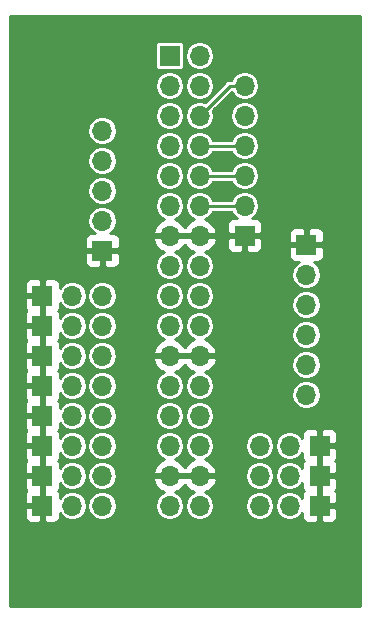
<source format=gbr>
G04 #@! TF.GenerationSoftware,KiCad,Pcbnew,(5.0.2)-1*
G04 #@! TF.CreationDate,2019-09-14T17:14:01-04:00*
G04 #@! TF.ProjectId,EPXX-GVS,45505858-2d47-4565-932e-6b696361645f,X2*
G04 #@! TF.SameCoordinates,Original*
G04 #@! TF.FileFunction,Copper,L2,Bot*
G04 #@! TF.FilePolarity,Positive*
%FSLAX46Y46*%
G04 Gerber Fmt 4.6, Leading zero omitted, Abs format (unit mm)*
G04 Created by KiCad (PCBNEW (5.0.2)-1) date 9/14/2019 5:14:01 PM*
%MOMM*%
%LPD*%
G01*
G04 APERTURE LIST*
G04 #@! TA.AperFunction,ComponentPad*
%ADD10R,1.700000X1.700000*%
G04 #@! TD*
G04 #@! TA.AperFunction,ComponentPad*
%ADD11O,1.700000X1.700000*%
G04 #@! TD*
G04 #@! TA.AperFunction,Conductor*
%ADD12C,0.254000*%
G04 #@! TD*
G04 APERTURE END LIST*
D10*
G04 #@! TO.P,I2C1,1*
G04 #@! TO.N,GND*
X8255000Y-20320000D03*
D11*
G04 #@! TO.P,I2C1,2*
G04 #@! TO.N,+3V3*
X8255000Y-17780000D03*
G04 #@! TO.P,I2C1,3*
G04 #@! TO.N,/IO34*
X8255000Y-15240000D03*
G04 #@! TO.P,I2C1,4*
G04 #@! TO.N,/IO32*
X8255000Y-12700000D03*
G04 #@! TO.P,I2C1,5*
G04 #@! TO.N,/IO30*
X8255000Y-10160000D03*
G04 #@! TD*
D10*
G04 #@! TO.P,SPI1,1*
G04 #@! TO.N,GND*
X20320000Y-19050000D03*
D11*
G04 #@! TO.P,SPI1,2*
G04 #@! TO.N,/IO38*
X20320000Y-16510000D03*
G04 #@! TO.P,SPI1,3*
G04 #@! TO.N,/IO33*
X20320000Y-13970000D03*
G04 #@! TO.P,SPI1,4*
G04 #@! TO.N,/IO31*
X20320000Y-11430000D03*
G04 #@! TO.P,SPI1,5*
G04 #@! TO.N,+3V3*
X20320000Y-8890000D03*
G04 #@! TO.P,SPI1,6*
G04 #@! TO.N,/IO28*
X20320000Y-6350000D03*
G04 #@! TD*
D10*
G04 #@! TO.P,P39,1*
G04 #@! TO.N,GND*
X3175000Y-24130000D03*
D11*
G04 #@! TO.P,P39,2*
G04 #@! TO.N,+3V3*
X5715000Y-24130000D03*
G04 #@! TO.P,P39,3*
G04 #@! TO.N,/IO39*
X8255000Y-24130000D03*
G04 #@! TD*
G04 #@! TO.P,P42,3*
G04 #@! TO.N,/IO42*
X8255000Y-26670000D03*
G04 #@! TO.P,P42,2*
G04 #@! TO.N,+3V3*
X5715000Y-26670000D03*
D10*
G04 #@! TO.P,P42,1*
G04 #@! TO.N,GND*
X3175000Y-26670000D03*
G04 #@! TD*
G04 #@! TO.P,P44,1*
G04 #@! TO.N,GND*
X3175000Y-29210000D03*
D11*
G04 #@! TO.P,P44,2*
G04 #@! TO.N,+3V3*
X5715000Y-29210000D03*
G04 #@! TO.P,P44,3*
G04 #@! TO.N,/IO44*
X8255000Y-29210000D03*
G04 #@! TD*
G04 #@! TO.P,P49,3*
G04 #@! TO.N,/IO49*
X8255000Y-31750000D03*
G04 #@! TO.P,P49,2*
G04 #@! TO.N,+3V3*
X5715000Y-31750000D03*
D10*
G04 #@! TO.P,P49,1*
G04 #@! TO.N,GND*
X3175000Y-31750000D03*
G04 #@! TD*
D11*
G04 #@! TO.P,P52,3*
G04 #@! TO.N,/IO52*
X8255000Y-34290000D03*
G04 #@! TO.P,P52,2*
G04 #@! TO.N,+3V3*
X5715000Y-34290000D03*
D10*
G04 #@! TO.P,P52,1*
G04 #@! TO.N,GND*
X3175000Y-34290000D03*
G04 #@! TD*
D11*
G04 #@! TO.P,P54,3*
G04 #@! TO.N,/IO54*
X8255000Y-36830000D03*
G04 #@! TO.P,P54,2*
G04 #@! TO.N,+3V3*
X5715000Y-36830000D03*
D10*
G04 #@! TO.P,P54,1*
G04 #@! TO.N,GND*
X3175000Y-36830000D03*
G04 #@! TD*
D11*
G04 #@! TO.P,P53,3*
G04 #@! TO.N,/IO53*
X21590000Y-36830000D03*
G04 #@! TO.P,P53,2*
G04 #@! TO.N,+3V3*
X24130000Y-36830000D03*
D10*
G04 #@! TO.P,P53,1*
G04 #@! TO.N,GND*
X26670000Y-36830000D03*
G04 #@! TD*
D11*
G04 #@! TO.P,P58,3*
G04 #@! TO.N,/IO58*
X8255000Y-39370000D03*
G04 #@! TO.P,P58,2*
G04 #@! TO.N,+3V3*
X5715000Y-39370000D03*
D10*
G04 #@! TO.P,P58,1*
G04 #@! TO.N,GND*
X3175000Y-39370000D03*
G04 #@! TD*
G04 #@! TO.P,P55,1*
G04 #@! TO.N,GND*
X26670000Y-39370000D03*
D11*
G04 #@! TO.P,P55,2*
G04 #@! TO.N,+3V3*
X24130000Y-39370000D03*
G04 #@! TO.P,P55,3*
G04 #@! TO.N,/IO55*
X21590000Y-39370000D03*
G04 #@! TD*
G04 #@! TO.P,P89,3*
G04 #@! TO.N,/IO89*
X8255000Y-41910000D03*
G04 #@! TO.P,P89,2*
G04 #@! TO.N,+3V3*
X5715000Y-41910000D03*
D10*
G04 #@! TO.P,P89,1*
G04 #@! TO.N,GND*
X3175000Y-41910000D03*
G04 #@! TD*
G04 #@! TO.P,P88,1*
G04 #@! TO.N,GND*
X26670000Y-41910000D03*
D11*
G04 #@! TO.P,P88,2*
G04 #@! TO.N,+3V3*
X24130000Y-41910000D03*
G04 #@! TO.P,P88,3*
G04 #@! TO.N,/IO88*
X21590000Y-41910000D03*
G04 #@! TD*
D10*
G04 #@! TO.P,J18,1*
G04 #@! TO.N,Net-(F1-Pad2)*
X13970000Y-3810000D03*
D11*
G04 #@! TO.P,J18,2*
X16510000Y-3810000D03*
G04 #@! TO.P,J18,3*
G04 #@! TO.N,N/C*
X13970000Y-6350000D03*
G04 #@! TO.P,J18,4*
X16510000Y-6350000D03*
G04 #@! TO.P,J18,5*
G04 #@! TO.N,/IO30*
X13970000Y-8890000D03*
G04 #@! TO.P,J18,6*
G04 #@! TO.N,/IO28*
X16510000Y-8890000D03*
G04 #@! TO.P,J18,7*
G04 #@! TO.N,/IO32*
X13970000Y-11430000D03*
G04 #@! TO.P,J18,8*
G04 #@! TO.N,/IO31*
X16510000Y-11430000D03*
G04 #@! TO.P,J18,9*
G04 #@! TO.N,/IO34*
X13970000Y-13970000D03*
G04 #@! TO.P,J18,10*
G04 #@! TO.N,/IO33*
X16510000Y-13970000D03*
G04 #@! TO.P,J18,11*
G04 #@! TO.N,/IO39*
X13970000Y-16510000D03*
G04 #@! TO.P,J18,12*
G04 #@! TO.N,/IO38*
X16510000Y-16510000D03*
G04 #@! TO.P,J18,13*
G04 #@! TO.N,GND*
X13970000Y-19050000D03*
G04 #@! TO.P,J18,14*
X16510000Y-19050000D03*
G04 #@! TO.P,J18,15*
G04 #@! TO.N,/IO42*
X13970000Y-21590000D03*
G04 #@! TO.P,J18,16*
G04 #@! TO.N,/IO43*
X16510000Y-21590000D03*
G04 #@! TO.P,J18,17*
G04 #@! TO.N,/IO44*
X13970000Y-24130000D03*
G04 #@! TO.P,J18,18*
G04 #@! TO.N,/IO46*
X16510000Y-24130000D03*
G04 #@! TO.P,J18,19*
G04 #@! TO.N,/IO49*
X13970000Y-26670000D03*
G04 #@! TO.P,J18,20*
G04 #@! TO.N,/IO50*
X16510000Y-26670000D03*
G04 #@! TO.P,J18,21*
G04 #@! TO.N,GND*
X13970000Y-29210000D03*
G04 #@! TO.P,J18,22*
X16510000Y-29210000D03*
G04 #@! TO.P,J18,23*
G04 #@! TO.N,/IO52*
X13970000Y-31750000D03*
G04 #@! TO.P,J18,24*
G04 #@! TO.N,/IO51*
X16510000Y-31750000D03*
G04 #@! TO.P,J18,25*
G04 #@! TO.N,/IO54*
X13970000Y-34290000D03*
G04 #@! TO.P,J18,26*
G04 #@! TO.N,/IO53*
X16510000Y-34290000D03*
G04 #@! TO.P,J18,27*
G04 #@! TO.N,/IO58*
X13970000Y-36830000D03*
G04 #@! TO.P,J18,28*
G04 #@! TO.N,/IO55*
X16510000Y-36830000D03*
G04 #@! TO.P,J18,29*
G04 #@! TO.N,GND*
X13970000Y-39370000D03*
G04 #@! TO.P,J18,30*
X16510000Y-39370000D03*
G04 #@! TO.P,J18,31*
G04 #@! TO.N,/IO89*
X13970000Y-41910000D03*
G04 #@! TO.P,J18,32*
G04 #@! TO.N,/IO88*
X16510000Y-41910000D03*
G04 #@! TD*
D10*
G04 #@! TO.P,FTDI,1*
G04 #@! TO.N,GND*
X25527000Y-19812000D03*
D11*
G04 #@! TO.P,FTDI,2*
G04 #@! TO.N,/IO43*
X25527000Y-22352000D03*
G04 #@! TO.P,FTDI,3*
G04 #@! TO.N,+3V3*
X25527000Y-24892000D03*
G04 #@! TO.P,FTDI,4*
G04 #@! TO.N,/IO46*
X25527000Y-27432000D03*
G04 #@! TO.P,FTDI,5*
G04 #@! TO.N,/IO50*
X25527000Y-29972000D03*
G04 #@! TO.P,FTDI,6*
G04 #@! TO.N,/IO51*
X25527000Y-32512000D03*
G04 #@! TD*
D12*
G04 #@! TO.N,/IO38*
X20320000Y-16510000D02*
X16510000Y-16510000D01*
G04 #@! TO.N,/IO33*
X16510000Y-13970000D02*
X20320000Y-13970000D01*
G04 #@! TO.N,/IO31*
X20320000Y-11430000D02*
X16510000Y-11430000D01*
G04 #@! TO.N,/IO28*
X19050000Y-6350000D02*
X20320000Y-6350000D01*
X16510000Y-8890000D02*
X19050000Y-6350000D01*
G04 #@! TD*
G04 #@! TO.N,GND*
G36*
X30049001Y-50369000D02*
X481000Y-50369000D01*
X481000Y-42195750D01*
X1690000Y-42195750D01*
X1690000Y-42886309D01*
X1786673Y-43119698D01*
X1965301Y-43298327D01*
X2198690Y-43395000D01*
X2889250Y-43395000D01*
X3048000Y-43236250D01*
X3048000Y-42037000D01*
X1848750Y-42037000D01*
X1690000Y-42195750D01*
X481000Y-42195750D01*
X481000Y-39655750D01*
X1690000Y-39655750D01*
X1690000Y-40346309D01*
X1786673Y-40579698D01*
X1846975Y-40640000D01*
X1786673Y-40700302D01*
X1690000Y-40933691D01*
X1690000Y-41624250D01*
X1848750Y-41783000D01*
X3048000Y-41783000D01*
X3048000Y-39497000D01*
X1848750Y-39497000D01*
X1690000Y-39655750D01*
X481000Y-39655750D01*
X481000Y-37115750D01*
X1690000Y-37115750D01*
X1690000Y-37806309D01*
X1786673Y-38039698D01*
X1846975Y-38100000D01*
X1786673Y-38160302D01*
X1690000Y-38393691D01*
X1690000Y-39084250D01*
X1848750Y-39243000D01*
X3048000Y-39243000D01*
X3048000Y-36957000D01*
X1848750Y-36957000D01*
X1690000Y-37115750D01*
X481000Y-37115750D01*
X481000Y-34575750D01*
X1690000Y-34575750D01*
X1690000Y-35266309D01*
X1786673Y-35499698D01*
X1846975Y-35560000D01*
X1786673Y-35620302D01*
X1690000Y-35853691D01*
X1690000Y-36544250D01*
X1848750Y-36703000D01*
X3048000Y-36703000D01*
X3048000Y-34417000D01*
X1848750Y-34417000D01*
X1690000Y-34575750D01*
X481000Y-34575750D01*
X481000Y-32035750D01*
X1690000Y-32035750D01*
X1690000Y-32726309D01*
X1786673Y-32959698D01*
X1846975Y-33020000D01*
X1786673Y-33080302D01*
X1690000Y-33313691D01*
X1690000Y-34004250D01*
X1848750Y-34163000D01*
X3048000Y-34163000D01*
X3048000Y-31877000D01*
X1848750Y-31877000D01*
X1690000Y-32035750D01*
X481000Y-32035750D01*
X481000Y-29495750D01*
X1690000Y-29495750D01*
X1690000Y-30186309D01*
X1786673Y-30419698D01*
X1846975Y-30480000D01*
X1786673Y-30540302D01*
X1690000Y-30773691D01*
X1690000Y-31464250D01*
X1848750Y-31623000D01*
X3048000Y-31623000D01*
X3048000Y-29337000D01*
X1848750Y-29337000D01*
X1690000Y-29495750D01*
X481000Y-29495750D01*
X481000Y-26955750D01*
X1690000Y-26955750D01*
X1690000Y-27646309D01*
X1786673Y-27879698D01*
X1846975Y-27940000D01*
X1786673Y-28000302D01*
X1690000Y-28233691D01*
X1690000Y-28924250D01*
X1848750Y-29083000D01*
X3048000Y-29083000D01*
X3048000Y-26797000D01*
X1848750Y-26797000D01*
X1690000Y-26955750D01*
X481000Y-26955750D01*
X481000Y-24415750D01*
X1690000Y-24415750D01*
X1690000Y-25106309D01*
X1786673Y-25339698D01*
X1846975Y-25400000D01*
X1786673Y-25460302D01*
X1690000Y-25693691D01*
X1690000Y-26384250D01*
X1848750Y-26543000D01*
X3048000Y-26543000D01*
X3048000Y-24257000D01*
X1848750Y-24257000D01*
X1690000Y-24415750D01*
X481000Y-24415750D01*
X481000Y-23153691D01*
X1690000Y-23153691D01*
X1690000Y-23844250D01*
X1848750Y-24003000D01*
X3048000Y-24003000D01*
X3048000Y-22803750D01*
X3302000Y-22803750D01*
X3302000Y-24003000D01*
X3322000Y-24003000D01*
X3322000Y-24257000D01*
X3302000Y-24257000D01*
X3302000Y-26543000D01*
X3322000Y-26543000D01*
X3322000Y-26797000D01*
X3302000Y-26797000D01*
X3302000Y-29083000D01*
X3322000Y-29083000D01*
X3322000Y-29337000D01*
X3302000Y-29337000D01*
X3302000Y-31623000D01*
X3322000Y-31623000D01*
X3322000Y-31877000D01*
X3302000Y-31877000D01*
X3302000Y-34163000D01*
X3322000Y-34163000D01*
X3322000Y-34417000D01*
X3302000Y-34417000D01*
X3302000Y-36703000D01*
X3322000Y-36703000D01*
X3322000Y-36957000D01*
X3302000Y-36957000D01*
X3302000Y-39243000D01*
X3322000Y-39243000D01*
X3322000Y-39497000D01*
X3302000Y-39497000D01*
X3302000Y-41783000D01*
X3322000Y-41783000D01*
X3322000Y-42037000D01*
X3302000Y-42037000D01*
X3302000Y-43236250D01*
X3460750Y-43395000D01*
X4151310Y-43395000D01*
X4384699Y-43298327D01*
X4563327Y-43119698D01*
X4660000Y-42886309D01*
X4660000Y-42546821D01*
X4827499Y-42797501D01*
X5234688Y-43069576D01*
X5593761Y-43141000D01*
X5836239Y-43141000D01*
X6195312Y-43069576D01*
X6602501Y-42797501D01*
X6874576Y-42390312D01*
X6970116Y-41910000D01*
X6999884Y-41910000D01*
X7095424Y-42390312D01*
X7367499Y-42797501D01*
X7774688Y-43069576D01*
X8133761Y-43141000D01*
X8376239Y-43141000D01*
X8735312Y-43069576D01*
X9142501Y-42797501D01*
X9414576Y-42390312D01*
X9510116Y-41910000D01*
X9414576Y-41429688D01*
X9142501Y-41022499D01*
X8735312Y-40750424D01*
X8376239Y-40679000D01*
X8133761Y-40679000D01*
X7774688Y-40750424D01*
X7367499Y-41022499D01*
X7095424Y-41429688D01*
X6999884Y-41910000D01*
X6970116Y-41910000D01*
X6874576Y-41429688D01*
X6602501Y-41022499D01*
X6195312Y-40750424D01*
X5836239Y-40679000D01*
X5593761Y-40679000D01*
X5234688Y-40750424D01*
X4827499Y-41022499D01*
X4660000Y-41273179D01*
X4660000Y-40933691D01*
X4563327Y-40700302D01*
X4503025Y-40640000D01*
X4563327Y-40579698D01*
X4660000Y-40346309D01*
X4660000Y-40006821D01*
X4827499Y-40257501D01*
X5234688Y-40529576D01*
X5593761Y-40601000D01*
X5836239Y-40601000D01*
X6195312Y-40529576D01*
X6602501Y-40257501D01*
X6874576Y-39850312D01*
X6970116Y-39370000D01*
X6999884Y-39370000D01*
X7095424Y-39850312D01*
X7367499Y-40257501D01*
X7774688Y-40529576D01*
X8133761Y-40601000D01*
X8376239Y-40601000D01*
X8735312Y-40529576D01*
X9142501Y-40257501D01*
X9414576Y-39850312D01*
X9439126Y-39726890D01*
X12528524Y-39726890D01*
X12698355Y-40136924D01*
X13088642Y-40565183D01*
X13486963Y-40752245D01*
X13082499Y-41022499D01*
X12810424Y-41429688D01*
X12714884Y-41910000D01*
X12810424Y-42390312D01*
X13082499Y-42797501D01*
X13489688Y-43069576D01*
X13848761Y-43141000D01*
X14091239Y-43141000D01*
X14450312Y-43069576D01*
X14857501Y-42797501D01*
X15129576Y-42390312D01*
X15225116Y-41910000D01*
X15129576Y-41429688D01*
X14857501Y-41022499D01*
X14453037Y-40752245D01*
X14851358Y-40565183D01*
X15240000Y-40138729D01*
X15628642Y-40565183D01*
X16026963Y-40752245D01*
X15622499Y-41022499D01*
X15350424Y-41429688D01*
X15254884Y-41910000D01*
X15350424Y-42390312D01*
X15622499Y-42797501D01*
X16029688Y-43069576D01*
X16388761Y-43141000D01*
X16631239Y-43141000D01*
X16990312Y-43069576D01*
X17397501Y-42797501D01*
X17669576Y-42390312D01*
X17765116Y-41910000D01*
X20334884Y-41910000D01*
X20430424Y-42390312D01*
X20702499Y-42797501D01*
X21109688Y-43069576D01*
X21468761Y-43141000D01*
X21711239Y-43141000D01*
X22070312Y-43069576D01*
X22477501Y-42797501D01*
X22749576Y-42390312D01*
X22845116Y-41910000D01*
X22749576Y-41429688D01*
X22477501Y-41022499D01*
X22070312Y-40750424D01*
X21711239Y-40679000D01*
X21468761Y-40679000D01*
X21109688Y-40750424D01*
X20702499Y-41022499D01*
X20430424Y-41429688D01*
X20334884Y-41910000D01*
X17765116Y-41910000D01*
X17669576Y-41429688D01*
X17397501Y-41022499D01*
X16993037Y-40752245D01*
X17391358Y-40565183D01*
X17781645Y-40136924D01*
X17951476Y-39726890D01*
X17830155Y-39497000D01*
X16637000Y-39497000D01*
X16637000Y-39517000D01*
X16383000Y-39517000D01*
X16383000Y-39497000D01*
X14097000Y-39497000D01*
X14097000Y-39517000D01*
X13843000Y-39517000D01*
X13843000Y-39497000D01*
X12649845Y-39497000D01*
X12528524Y-39726890D01*
X9439126Y-39726890D01*
X9510116Y-39370000D01*
X20334884Y-39370000D01*
X20430424Y-39850312D01*
X20702499Y-40257501D01*
X21109688Y-40529576D01*
X21468761Y-40601000D01*
X21711239Y-40601000D01*
X22070312Y-40529576D01*
X22477501Y-40257501D01*
X22749576Y-39850312D01*
X22845116Y-39370000D01*
X22749576Y-38889688D01*
X22477501Y-38482499D01*
X22070312Y-38210424D01*
X21711239Y-38139000D01*
X21468761Y-38139000D01*
X21109688Y-38210424D01*
X20702499Y-38482499D01*
X20430424Y-38889688D01*
X20334884Y-39370000D01*
X9510116Y-39370000D01*
X9439127Y-39013110D01*
X12528524Y-39013110D01*
X12649845Y-39243000D01*
X13843000Y-39243000D01*
X13843000Y-39223000D01*
X14097000Y-39223000D01*
X14097000Y-39243000D01*
X16383000Y-39243000D01*
X16383000Y-39223000D01*
X16637000Y-39223000D01*
X16637000Y-39243000D01*
X17830155Y-39243000D01*
X17951476Y-39013110D01*
X17781645Y-38603076D01*
X17391358Y-38174817D01*
X16993037Y-37987755D01*
X17397501Y-37717501D01*
X17669576Y-37310312D01*
X17765116Y-36830000D01*
X20334884Y-36830000D01*
X20430424Y-37310312D01*
X20702499Y-37717501D01*
X21109688Y-37989576D01*
X21468761Y-38061000D01*
X21711239Y-38061000D01*
X22070312Y-37989576D01*
X22477501Y-37717501D01*
X22749576Y-37310312D01*
X22845116Y-36830000D01*
X22874884Y-36830000D01*
X22970424Y-37310312D01*
X23242499Y-37717501D01*
X23649688Y-37989576D01*
X24008761Y-38061000D01*
X24251239Y-38061000D01*
X24610312Y-37989576D01*
X25017501Y-37717501D01*
X25185000Y-37466821D01*
X25185000Y-37806309D01*
X25281673Y-38039698D01*
X25341975Y-38100000D01*
X25281673Y-38160302D01*
X25185000Y-38393691D01*
X25185000Y-38733179D01*
X25017501Y-38482499D01*
X24610312Y-38210424D01*
X24251239Y-38139000D01*
X24008761Y-38139000D01*
X23649688Y-38210424D01*
X23242499Y-38482499D01*
X22970424Y-38889688D01*
X22874884Y-39370000D01*
X22970424Y-39850312D01*
X23242499Y-40257501D01*
X23649688Y-40529576D01*
X24008761Y-40601000D01*
X24251239Y-40601000D01*
X24610312Y-40529576D01*
X25017501Y-40257501D01*
X25185000Y-40006821D01*
X25185000Y-40346309D01*
X25281673Y-40579698D01*
X25341975Y-40640000D01*
X25281673Y-40700302D01*
X25185000Y-40933691D01*
X25185000Y-41273179D01*
X25017501Y-41022499D01*
X24610312Y-40750424D01*
X24251239Y-40679000D01*
X24008761Y-40679000D01*
X23649688Y-40750424D01*
X23242499Y-41022499D01*
X22970424Y-41429688D01*
X22874884Y-41910000D01*
X22970424Y-42390312D01*
X23242499Y-42797501D01*
X23649688Y-43069576D01*
X24008761Y-43141000D01*
X24251239Y-43141000D01*
X24610312Y-43069576D01*
X25017501Y-42797501D01*
X25185000Y-42546821D01*
X25185000Y-42886309D01*
X25281673Y-43119698D01*
X25460301Y-43298327D01*
X25693690Y-43395000D01*
X26384250Y-43395000D01*
X26543000Y-43236250D01*
X26543000Y-42037000D01*
X26797000Y-42037000D01*
X26797000Y-43236250D01*
X26955750Y-43395000D01*
X27646310Y-43395000D01*
X27879699Y-43298327D01*
X28058327Y-43119698D01*
X28155000Y-42886309D01*
X28155000Y-42195750D01*
X27996250Y-42037000D01*
X26797000Y-42037000D01*
X26543000Y-42037000D01*
X26523000Y-42037000D01*
X26523000Y-41783000D01*
X26543000Y-41783000D01*
X26543000Y-39497000D01*
X26797000Y-39497000D01*
X26797000Y-41783000D01*
X27996250Y-41783000D01*
X28155000Y-41624250D01*
X28155000Y-40933691D01*
X28058327Y-40700302D01*
X27998025Y-40640000D01*
X28058327Y-40579698D01*
X28155000Y-40346309D01*
X28155000Y-39655750D01*
X27996250Y-39497000D01*
X26797000Y-39497000D01*
X26543000Y-39497000D01*
X26523000Y-39497000D01*
X26523000Y-39243000D01*
X26543000Y-39243000D01*
X26543000Y-36957000D01*
X26797000Y-36957000D01*
X26797000Y-39243000D01*
X27996250Y-39243000D01*
X28155000Y-39084250D01*
X28155000Y-38393691D01*
X28058327Y-38160302D01*
X27998025Y-38100000D01*
X28058327Y-38039698D01*
X28155000Y-37806309D01*
X28155000Y-37115750D01*
X27996250Y-36957000D01*
X26797000Y-36957000D01*
X26543000Y-36957000D01*
X26523000Y-36957000D01*
X26523000Y-36703000D01*
X26543000Y-36703000D01*
X26543000Y-35503750D01*
X26797000Y-35503750D01*
X26797000Y-36703000D01*
X27996250Y-36703000D01*
X28155000Y-36544250D01*
X28155000Y-35853691D01*
X28058327Y-35620302D01*
X27879699Y-35441673D01*
X27646310Y-35345000D01*
X26955750Y-35345000D01*
X26797000Y-35503750D01*
X26543000Y-35503750D01*
X26384250Y-35345000D01*
X25693690Y-35345000D01*
X25460301Y-35441673D01*
X25281673Y-35620302D01*
X25185000Y-35853691D01*
X25185000Y-36193179D01*
X25017501Y-35942499D01*
X24610312Y-35670424D01*
X24251239Y-35599000D01*
X24008761Y-35599000D01*
X23649688Y-35670424D01*
X23242499Y-35942499D01*
X22970424Y-36349688D01*
X22874884Y-36830000D01*
X22845116Y-36830000D01*
X22749576Y-36349688D01*
X22477501Y-35942499D01*
X22070312Y-35670424D01*
X21711239Y-35599000D01*
X21468761Y-35599000D01*
X21109688Y-35670424D01*
X20702499Y-35942499D01*
X20430424Y-36349688D01*
X20334884Y-36830000D01*
X17765116Y-36830000D01*
X17669576Y-36349688D01*
X17397501Y-35942499D01*
X16990312Y-35670424D01*
X16631239Y-35599000D01*
X16388761Y-35599000D01*
X16029688Y-35670424D01*
X15622499Y-35942499D01*
X15350424Y-36349688D01*
X15254884Y-36830000D01*
X15350424Y-37310312D01*
X15622499Y-37717501D01*
X16026963Y-37987755D01*
X15628642Y-38174817D01*
X15240000Y-38601271D01*
X14851358Y-38174817D01*
X14453037Y-37987755D01*
X14857501Y-37717501D01*
X15129576Y-37310312D01*
X15225116Y-36830000D01*
X15129576Y-36349688D01*
X14857501Y-35942499D01*
X14450312Y-35670424D01*
X14091239Y-35599000D01*
X13848761Y-35599000D01*
X13489688Y-35670424D01*
X13082499Y-35942499D01*
X12810424Y-36349688D01*
X12714884Y-36830000D01*
X12810424Y-37310312D01*
X13082499Y-37717501D01*
X13486963Y-37987755D01*
X13088642Y-38174817D01*
X12698355Y-38603076D01*
X12528524Y-39013110D01*
X9439127Y-39013110D01*
X9414576Y-38889688D01*
X9142501Y-38482499D01*
X8735312Y-38210424D01*
X8376239Y-38139000D01*
X8133761Y-38139000D01*
X7774688Y-38210424D01*
X7367499Y-38482499D01*
X7095424Y-38889688D01*
X6999884Y-39370000D01*
X6970116Y-39370000D01*
X6874576Y-38889688D01*
X6602501Y-38482499D01*
X6195312Y-38210424D01*
X5836239Y-38139000D01*
X5593761Y-38139000D01*
X5234688Y-38210424D01*
X4827499Y-38482499D01*
X4660000Y-38733179D01*
X4660000Y-38393691D01*
X4563327Y-38160302D01*
X4503025Y-38100000D01*
X4563327Y-38039698D01*
X4660000Y-37806309D01*
X4660000Y-37466821D01*
X4827499Y-37717501D01*
X5234688Y-37989576D01*
X5593761Y-38061000D01*
X5836239Y-38061000D01*
X6195312Y-37989576D01*
X6602501Y-37717501D01*
X6874576Y-37310312D01*
X6970116Y-36830000D01*
X6999884Y-36830000D01*
X7095424Y-37310312D01*
X7367499Y-37717501D01*
X7774688Y-37989576D01*
X8133761Y-38061000D01*
X8376239Y-38061000D01*
X8735312Y-37989576D01*
X9142501Y-37717501D01*
X9414576Y-37310312D01*
X9510116Y-36830000D01*
X9414576Y-36349688D01*
X9142501Y-35942499D01*
X8735312Y-35670424D01*
X8376239Y-35599000D01*
X8133761Y-35599000D01*
X7774688Y-35670424D01*
X7367499Y-35942499D01*
X7095424Y-36349688D01*
X6999884Y-36830000D01*
X6970116Y-36830000D01*
X6874576Y-36349688D01*
X6602501Y-35942499D01*
X6195312Y-35670424D01*
X5836239Y-35599000D01*
X5593761Y-35599000D01*
X5234688Y-35670424D01*
X4827499Y-35942499D01*
X4660000Y-36193179D01*
X4660000Y-35853691D01*
X4563327Y-35620302D01*
X4503025Y-35560000D01*
X4563327Y-35499698D01*
X4660000Y-35266309D01*
X4660000Y-34926821D01*
X4827499Y-35177501D01*
X5234688Y-35449576D01*
X5593761Y-35521000D01*
X5836239Y-35521000D01*
X6195312Y-35449576D01*
X6602501Y-35177501D01*
X6874576Y-34770312D01*
X6970116Y-34290000D01*
X6999884Y-34290000D01*
X7095424Y-34770312D01*
X7367499Y-35177501D01*
X7774688Y-35449576D01*
X8133761Y-35521000D01*
X8376239Y-35521000D01*
X8735312Y-35449576D01*
X9142501Y-35177501D01*
X9414576Y-34770312D01*
X9510116Y-34290000D01*
X12714884Y-34290000D01*
X12810424Y-34770312D01*
X13082499Y-35177501D01*
X13489688Y-35449576D01*
X13848761Y-35521000D01*
X14091239Y-35521000D01*
X14450312Y-35449576D01*
X14857501Y-35177501D01*
X15129576Y-34770312D01*
X15225116Y-34290000D01*
X15254884Y-34290000D01*
X15350424Y-34770312D01*
X15622499Y-35177501D01*
X16029688Y-35449576D01*
X16388761Y-35521000D01*
X16631239Y-35521000D01*
X16990312Y-35449576D01*
X17397501Y-35177501D01*
X17669576Y-34770312D01*
X17765116Y-34290000D01*
X17669576Y-33809688D01*
X17397501Y-33402499D01*
X16990312Y-33130424D01*
X16631239Y-33059000D01*
X16388761Y-33059000D01*
X16029688Y-33130424D01*
X15622499Y-33402499D01*
X15350424Y-33809688D01*
X15254884Y-34290000D01*
X15225116Y-34290000D01*
X15129576Y-33809688D01*
X14857501Y-33402499D01*
X14450312Y-33130424D01*
X14091239Y-33059000D01*
X13848761Y-33059000D01*
X13489688Y-33130424D01*
X13082499Y-33402499D01*
X12810424Y-33809688D01*
X12714884Y-34290000D01*
X9510116Y-34290000D01*
X9414576Y-33809688D01*
X9142501Y-33402499D01*
X8735312Y-33130424D01*
X8376239Y-33059000D01*
X8133761Y-33059000D01*
X7774688Y-33130424D01*
X7367499Y-33402499D01*
X7095424Y-33809688D01*
X6999884Y-34290000D01*
X6970116Y-34290000D01*
X6874576Y-33809688D01*
X6602501Y-33402499D01*
X6195312Y-33130424D01*
X5836239Y-33059000D01*
X5593761Y-33059000D01*
X5234688Y-33130424D01*
X4827499Y-33402499D01*
X4660000Y-33653179D01*
X4660000Y-33313691D01*
X4563327Y-33080302D01*
X4503025Y-33020000D01*
X4563327Y-32959698D01*
X4660000Y-32726309D01*
X4660000Y-32386821D01*
X4827499Y-32637501D01*
X5234688Y-32909576D01*
X5593761Y-32981000D01*
X5836239Y-32981000D01*
X6195312Y-32909576D01*
X6602501Y-32637501D01*
X6874576Y-32230312D01*
X6970116Y-31750000D01*
X6999884Y-31750000D01*
X7095424Y-32230312D01*
X7367499Y-32637501D01*
X7774688Y-32909576D01*
X8133761Y-32981000D01*
X8376239Y-32981000D01*
X8735312Y-32909576D01*
X9142501Y-32637501D01*
X9414576Y-32230312D01*
X9510116Y-31750000D01*
X9414576Y-31269688D01*
X9142501Y-30862499D01*
X8735312Y-30590424D01*
X8376239Y-30519000D01*
X8133761Y-30519000D01*
X7774688Y-30590424D01*
X7367499Y-30862499D01*
X7095424Y-31269688D01*
X6999884Y-31750000D01*
X6970116Y-31750000D01*
X6874576Y-31269688D01*
X6602501Y-30862499D01*
X6195312Y-30590424D01*
X5836239Y-30519000D01*
X5593761Y-30519000D01*
X5234688Y-30590424D01*
X4827499Y-30862499D01*
X4660000Y-31113179D01*
X4660000Y-30773691D01*
X4563327Y-30540302D01*
X4503025Y-30480000D01*
X4563327Y-30419698D01*
X4660000Y-30186309D01*
X4660000Y-29846821D01*
X4827499Y-30097501D01*
X5234688Y-30369576D01*
X5593761Y-30441000D01*
X5836239Y-30441000D01*
X6195312Y-30369576D01*
X6602501Y-30097501D01*
X6874576Y-29690312D01*
X6970116Y-29210000D01*
X6999884Y-29210000D01*
X7095424Y-29690312D01*
X7367499Y-30097501D01*
X7774688Y-30369576D01*
X8133761Y-30441000D01*
X8376239Y-30441000D01*
X8735312Y-30369576D01*
X9142501Y-30097501D01*
X9414576Y-29690312D01*
X9439126Y-29566890D01*
X12528524Y-29566890D01*
X12698355Y-29976924D01*
X13088642Y-30405183D01*
X13486963Y-30592245D01*
X13082499Y-30862499D01*
X12810424Y-31269688D01*
X12714884Y-31750000D01*
X12810424Y-32230312D01*
X13082499Y-32637501D01*
X13489688Y-32909576D01*
X13848761Y-32981000D01*
X14091239Y-32981000D01*
X14450312Y-32909576D01*
X14857501Y-32637501D01*
X15129576Y-32230312D01*
X15225116Y-31750000D01*
X15129576Y-31269688D01*
X14857501Y-30862499D01*
X14453037Y-30592245D01*
X14851358Y-30405183D01*
X15240000Y-29978729D01*
X15628642Y-30405183D01*
X16026963Y-30592245D01*
X15622499Y-30862499D01*
X15350424Y-31269688D01*
X15254884Y-31750000D01*
X15350424Y-32230312D01*
X15622499Y-32637501D01*
X16029688Y-32909576D01*
X16388761Y-32981000D01*
X16631239Y-32981000D01*
X16990312Y-32909576D01*
X17397501Y-32637501D01*
X17481358Y-32512000D01*
X24271884Y-32512000D01*
X24367424Y-32992312D01*
X24639499Y-33399501D01*
X25046688Y-33671576D01*
X25405761Y-33743000D01*
X25648239Y-33743000D01*
X26007312Y-33671576D01*
X26414501Y-33399501D01*
X26686576Y-32992312D01*
X26782116Y-32512000D01*
X26686576Y-32031688D01*
X26414501Y-31624499D01*
X26007312Y-31352424D01*
X25648239Y-31281000D01*
X25405761Y-31281000D01*
X25046688Y-31352424D01*
X24639499Y-31624499D01*
X24367424Y-32031688D01*
X24271884Y-32512000D01*
X17481358Y-32512000D01*
X17669576Y-32230312D01*
X17765116Y-31750000D01*
X17669576Y-31269688D01*
X17397501Y-30862499D01*
X16993037Y-30592245D01*
X17391358Y-30405183D01*
X17781645Y-29976924D01*
X17783684Y-29972000D01*
X24271884Y-29972000D01*
X24367424Y-30452312D01*
X24639499Y-30859501D01*
X25046688Y-31131576D01*
X25405761Y-31203000D01*
X25648239Y-31203000D01*
X26007312Y-31131576D01*
X26414501Y-30859501D01*
X26686576Y-30452312D01*
X26782116Y-29972000D01*
X26686576Y-29491688D01*
X26414501Y-29084499D01*
X26007312Y-28812424D01*
X25648239Y-28741000D01*
X25405761Y-28741000D01*
X25046688Y-28812424D01*
X24639499Y-29084499D01*
X24367424Y-29491688D01*
X24271884Y-29972000D01*
X17783684Y-29972000D01*
X17951476Y-29566890D01*
X17830155Y-29337000D01*
X16637000Y-29337000D01*
X16637000Y-29357000D01*
X16383000Y-29357000D01*
X16383000Y-29337000D01*
X14097000Y-29337000D01*
X14097000Y-29357000D01*
X13843000Y-29357000D01*
X13843000Y-29337000D01*
X12649845Y-29337000D01*
X12528524Y-29566890D01*
X9439126Y-29566890D01*
X9510116Y-29210000D01*
X9439127Y-28853110D01*
X12528524Y-28853110D01*
X12649845Y-29083000D01*
X13843000Y-29083000D01*
X13843000Y-29063000D01*
X14097000Y-29063000D01*
X14097000Y-29083000D01*
X16383000Y-29083000D01*
X16383000Y-29063000D01*
X16637000Y-29063000D01*
X16637000Y-29083000D01*
X17830155Y-29083000D01*
X17951476Y-28853110D01*
X17781645Y-28443076D01*
X17391358Y-28014817D01*
X16993037Y-27827755D01*
X17397501Y-27557501D01*
X17481358Y-27432000D01*
X24271884Y-27432000D01*
X24367424Y-27912312D01*
X24639499Y-28319501D01*
X25046688Y-28591576D01*
X25405761Y-28663000D01*
X25648239Y-28663000D01*
X26007312Y-28591576D01*
X26414501Y-28319501D01*
X26686576Y-27912312D01*
X26782116Y-27432000D01*
X26686576Y-26951688D01*
X26414501Y-26544499D01*
X26007312Y-26272424D01*
X25648239Y-26201000D01*
X25405761Y-26201000D01*
X25046688Y-26272424D01*
X24639499Y-26544499D01*
X24367424Y-26951688D01*
X24271884Y-27432000D01*
X17481358Y-27432000D01*
X17669576Y-27150312D01*
X17765116Y-26670000D01*
X17669576Y-26189688D01*
X17397501Y-25782499D01*
X16990312Y-25510424D01*
X16631239Y-25439000D01*
X16388761Y-25439000D01*
X16029688Y-25510424D01*
X15622499Y-25782499D01*
X15350424Y-26189688D01*
X15254884Y-26670000D01*
X15350424Y-27150312D01*
X15622499Y-27557501D01*
X16026963Y-27827755D01*
X15628642Y-28014817D01*
X15240000Y-28441271D01*
X14851358Y-28014817D01*
X14453037Y-27827755D01*
X14857501Y-27557501D01*
X15129576Y-27150312D01*
X15225116Y-26670000D01*
X15129576Y-26189688D01*
X14857501Y-25782499D01*
X14450312Y-25510424D01*
X14091239Y-25439000D01*
X13848761Y-25439000D01*
X13489688Y-25510424D01*
X13082499Y-25782499D01*
X12810424Y-26189688D01*
X12714884Y-26670000D01*
X12810424Y-27150312D01*
X13082499Y-27557501D01*
X13486963Y-27827755D01*
X13088642Y-28014817D01*
X12698355Y-28443076D01*
X12528524Y-28853110D01*
X9439127Y-28853110D01*
X9414576Y-28729688D01*
X9142501Y-28322499D01*
X8735312Y-28050424D01*
X8376239Y-27979000D01*
X8133761Y-27979000D01*
X7774688Y-28050424D01*
X7367499Y-28322499D01*
X7095424Y-28729688D01*
X6999884Y-29210000D01*
X6970116Y-29210000D01*
X6874576Y-28729688D01*
X6602501Y-28322499D01*
X6195312Y-28050424D01*
X5836239Y-27979000D01*
X5593761Y-27979000D01*
X5234688Y-28050424D01*
X4827499Y-28322499D01*
X4660000Y-28573179D01*
X4660000Y-28233691D01*
X4563327Y-28000302D01*
X4503025Y-27940000D01*
X4563327Y-27879698D01*
X4660000Y-27646309D01*
X4660000Y-27306821D01*
X4827499Y-27557501D01*
X5234688Y-27829576D01*
X5593761Y-27901000D01*
X5836239Y-27901000D01*
X6195312Y-27829576D01*
X6602501Y-27557501D01*
X6874576Y-27150312D01*
X6970116Y-26670000D01*
X6999884Y-26670000D01*
X7095424Y-27150312D01*
X7367499Y-27557501D01*
X7774688Y-27829576D01*
X8133761Y-27901000D01*
X8376239Y-27901000D01*
X8735312Y-27829576D01*
X9142501Y-27557501D01*
X9414576Y-27150312D01*
X9510116Y-26670000D01*
X9414576Y-26189688D01*
X9142501Y-25782499D01*
X8735312Y-25510424D01*
X8376239Y-25439000D01*
X8133761Y-25439000D01*
X7774688Y-25510424D01*
X7367499Y-25782499D01*
X7095424Y-26189688D01*
X6999884Y-26670000D01*
X6970116Y-26670000D01*
X6874576Y-26189688D01*
X6602501Y-25782499D01*
X6195312Y-25510424D01*
X5836239Y-25439000D01*
X5593761Y-25439000D01*
X5234688Y-25510424D01*
X4827499Y-25782499D01*
X4660000Y-26033179D01*
X4660000Y-25693691D01*
X4563327Y-25460302D01*
X4503025Y-25400000D01*
X4563327Y-25339698D01*
X4660000Y-25106309D01*
X4660000Y-24766821D01*
X4827499Y-25017501D01*
X5234688Y-25289576D01*
X5593761Y-25361000D01*
X5836239Y-25361000D01*
X6195312Y-25289576D01*
X6602501Y-25017501D01*
X6874576Y-24610312D01*
X6970116Y-24130000D01*
X6999884Y-24130000D01*
X7095424Y-24610312D01*
X7367499Y-25017501D01*
X7774688Y-25289576D01*
X8133761Y-25361000D01*
X8376239Y-25361000D01*
X8735312Y-25289576D01*
X9142501Y-25017501D01*
X9414576Y-24610312D01*
X9510116Y-24130000D01*
X12714884Y-24130000D01*
X12810424Y-24610312D01*
X13082499Y-25017501D01*
X13489688Y-25289576D01*
X13848761Y-25361000D01*
X14091239Y-25361000D01*
X14450312Y-25289576D01*
X14857501Y-25017501D01*
X15129576Y-24610312D01*
X15225116Y-24130000D01*
X15254884Y-24130000D01*
X15350424Y-24610312D01*
X15622499Y-25017501D01*
X16029688Y-25289576D01*
X16388761Y-25361000D01*
X16631239Y-25361000D01*
X16990312Y-25289576D01*
X17397501Y-25017501D01*
X17481358Y-24892000D01*
X24271884Y-24892000D01*
X24367424Y-25372312D01*
X24639499Y-25779501D01*
X25046688Y-26051576D01*
X25405761Y-26123000D01*
X25648239Y-26123000D01*
X26007312Y-26051576D01*
X26414501Y-25779501D01*
X26686576Y-25372312D01*
X26782116Y-24892000D01*
X26686576Y-24411688D01*
X26414501Y-24004499D01*
X26007312Y-23732424D01*
X25648239Y-23661000D01*
X25405761Y-23661000D01*
X25046688Y-23732424D01*
X24639499Y-24004499D01*
X24367424Y-24411688D01*
X24271884Y-24892000D01*
X17481358Y-24892000D01*
X17669576Y-24610312D01*
X17765116Y-24130000D01*
X17669576Y-23649688D01*
X17397501Y-23242499D01*
X16990312Y-22970424D01*
X16631239Y-22899000D01*
X16388761Y-22899000D01*
X16029688Y-22970424D01*
X15622499Y-23242499D01*
X15350424Y-23649688D01*
X15254884Y-24130000D01*
X15225116Y-24130000D01*
X15129576Y-23649688D01*
X14857501Y-23242499D01*
X14450312Y-22970424D01*
X14091239Y-22899000D01*
X13848761Y-22899000D01*
X13489688Y-22970424D01*
X13082499Y-23242499D01*
X12810424Y-23649688D01*
X12714884Y-24130000D01*
X9510116Y-24130000D01*
X9414576Y-23649688D01*
X9142501Y-23242499D01*
X8735312Y-22970424D01*
X8376239Y-22899000D01*
X8133761Y-22899000D01*
X7774688Y-22970424D01*
X7367499Y-23242499D01*
X7095424Y-23649688D01*
X6999884Y-24130000D01*
X6970116Y-24130000D01*
X6874576Y-23649688D01*
X6602501Y-23242499D01*
X6195312Y-22970424D01*
X5836239Y-22899000D01*
X5593761Y-22899000D01*
X5234688Y-22970424D01*
X4827499Y-23242499D01*
X4660000Y-23493179D01*
X4660000Y-23153691D01*
X4563327Y-22920302D01*
X4384699Y-22741673D01*
X4151310Y-22645000D01*
X3460750Y-22645000D01*
X3302000Y-22803750D01*
X3048000Y-22803750D01*
X2889250Y-22645000D01*
X2198690Y-22645000D01*
X1965301Y-22741673D01*
X1786673Y-22920302D01*
X1690000Y-23153691D01*
X481000Y-23153691D01*
X481000Y-20605750D01*
X6770000Y-20605750D01*
X6770000Y-21296310D01*
X6866673Y-21529699D01*
X7045302Y-21708327D01*
X7278691Y-21805000D01*
X7969250Y-21805000D01*
X8128000Y-21646250D01*
X8128000Y-20447000D01*
X8382000Y-20447000D01*
X8382000Y-21646250D01*
X8540750Y-21805000D01*
X9231309Y-21805000D01*
X9464698Y-21708327D01*
X9643327Y-21529699D01*
X9740000Y-21296310D01*
X9740000Y-20605750D01*
X9581250Y-20447000D01*
X8382000Y-20447000D01*
X8128000Y-20447000D01*
X6928750Y-20447000D01*
X6770000Y-20605750D01*
X481000Y-20605750D01*
X481000Y-19343690D01*
X6770000Y-19343690D01*
X6770000Y-20034250D01*
X6928750Y-20193000D01*
X8128000Y-20193000D01*
X8128000Y-20173000D01*
X8382000Y-20173000D01*
X8382000Y-20193000D01*
X9581250Y-20193000D01*
X9740000Y-20034250D01*
X9740000Y-19406890D01*
X12528524Y-19406890D01*
X12698355Y-19816924D01*
X13088642Y-20245183D01*
X13486963Y-20432245D01*
X13082499Y-20702499D01*
X12810424Y-21109688D01*
X12714884Y-21590000D01*
X12810424Y-22070312D01*
X13082499Y-22477501D01*
X13489688Y-22749576D01*
X13848761Y-22821000D01*
X14091239Y-22821000D01*
X14450312Y-22749576D01*
X14857501Y-22477501D01*
X15129576Y-22070312D01*
X15225116Y-21590000D01*
X15129576Y-21109688D01*
X14857501Y-20702499D01*
X14453037Y-20432245D01*
X14851358Y-20245183D01*
X15240000Y-19818729D01*
X15628642Y-20245183D01*
X16026963Y-20432245D01*
X15622499Y-20702499D01*
X15350424Y-21109688D01*
X15254884Y-21590000D01*
X15350424Y-22070312D01*
X15622499Y-22477501D01*
X16029688Y-22749576D01*
X16388761Y-22821000D01*
X16631239Y-22821000D01*
X16990312Y-22749576D01*
X17397501Y-22477501D01*
X17669576Y-22070312D01*
X17765116Y-21590000D01*
X17669576Y-21109688D01*
X17397501Y-20702499D01*
X16993037Y-20432245D01*
X17391358Y-20245183D01*
X17781645Y-19816924D01*
X17951476Y-19406890D01*
X17913933Y-19335750D01*
X18835000Y-19335750D01*
X18835000Y-20026310D01*
X18931673Y-20259699D01*
X19110302Y-20438327D01*
X19343691Y-20535000D01*
X20034250Y-20535000D01*
X20193000Y-20376250D01*
X20193000Y-19177000D01*
X20447000Y-19177000D01*
X20447000Y-20376250D01*
X20605750Y-20535000D01*
X21296309Y-20535000D01*
X21529698Y-20438327D01*
X21708327Y-20259699D01*
X21775408Y-20097750D01*
X24042000Y-20097750D01*
X24042000Y-20788310D01*
X24138673Y-21021699D01*
X24317302Y-21200327D01*
X24550691Y-21297000D01*
X24890179Y-21297000D01*
X24639499Y-21464499D01*
X24367424Y-21871688D01*
X24271884Y-22352000D01*
X24367424Y-22832312D01*
X24639499Y-23239501D01*
X25046688Y-23511576D01*
X25405761Y-23583000D01*
X25648239Y-23583000D01*
X26007312Y-23511576D01*
X26414501Y-23239501D01*
X26686576Y-22832312D01*
X26782116Y-22352000D01*
X26686576Y-21871688D01*
X26414501Y-21464499D01*
X26163821Y-21297000D01*
X26503309Y-21297000D01*
X26736698Y-21200327D01*
X26915327Y-21021699D01*
X27012000Y-20788310D01*
X27012000Y-20097750D01*
X26853250Y-19939000D01*
X25654000Y-19939000D01*
X25654000Y-19959000D01*
X25400000Y-19959000D01*
X25400000Y-19939000D01*
X24200750Y-19939000D01*
X24042000Y-20097750D01*
X21775408Y-20097750D01*
X21805000Y-20026310D01*
X21805000Y-19335750D01*
X21646250Y-19177000D01*
X20447000Y-19177000D01*
X20193000Y-19177000D01*
X18993750Y-19177000D01*
X18835000Y-19335750D01*
X17913933Y-19335750D01*
X17830155Y-19177000D01*
X16637000Y-19177000D01*
X16637000Y-19197000D01*
X16383000Y-19197000D01*
X16383000Y-19177000D01*
X14097000Y-19177000D01*
X14097000Y-19197000D01*
X13843000Y-19197000D01*
X13843000Y-19177000D01*
X12649845Y-19177000D01*
X12528524Y-19406890D01*
X9740000Y-19406890D01*
X9740000Y-19343690D01*
X9643327Y-19110301D01*
X9464698Y-18931673D01*
X9231309Y-18835000D01*
X8891821Y-18835000D01*
X9104174Y-18693110D01*
X12528524Y-18693110D01*
X12649845Y-18923000D01*
X13843000Y-18923000D01*
X13843000Y-18903000D01*
X14097000Y-18903000D01*
X14097000Y-18923000D01*
X16383000Y-18923000D01*
X16383000Y-18903000D01*
X16637000Y-18903000D01*
X16637000Y-18923000D01*
X17830155Y-18923000D01*
X17951476Y-18693110D01*
X17781645Y-18283076D01*
X17391358Y-17854817D01*
X16993037Y-17667755D01*
X17397501Y-17397501D01*
X17651075Y-17018000D01*
X19178925Y-17018000D01*
X19432499Y-17397501D01*
X19683179Y-17565000D01*
X19343691Y-17565000D01*
X19110302Y-17661673D01*
X18931673Y-17840301D01*
X18835000Y-18073690D01*
X18835000Y-18764250D01*
X18993750Y-18923000D01*
X20193000Y-18923000D01*
X20193000Y-18903000D01*
X20447000Y-18903000D01*
X20447000Y-18923000D01*
X21646250Y-18923000D01*
X21733560Y-18835690D01*
X24042000Y-18835690D01*
X24042000Y-19526250D01*
X24200750Y-19685000D01*
X25400000Y-19685000D01*
X25400000Y-18485750D01*
X25654000Y-18485750D01*
X25654000Y-19685000D01*
X26853250Y-19685000D01*
X27012000Y-19526250D01*
X27012000Y-18835690D01*
X26915327Y-18602301D01*
X26736698Y-18423673D01*
X26503309Y-18327000D01*
X25812750Y-18327000D01*
X25654000Y-18485750D01*
X25400000Y-18485750D01*
X25241250Y-18327000D01*
X24550691Y-18327000D01*
X24317302Y-18423673D01*
X24138673Y-18602301D01*
X24042000Y-18835690D01*
X21733560Y-18835690D01*
X21805000Y-18764250D01*
X21805000Y-18073690D01*
X21708327Y-17840301D01*
X21529698Y-17661673D01*
X21296309Y-17565000D01*
X20956821Y-17565000D01*
X21207501Y-17397501D01*
X21479576Y-16990312D01*
X21575116Y-16510000D01*
X21479576Y-16029688D01*
X21207501Y-15622499D01*
X20800312Y-15350424D01*
X20441239Y-15279000D01*
X20198761Y-15279000D01*
X19839688Y-15350424D01*
X19432499Y-15622499D01*
X19178925Y-16002000D01*
X17651075Y-16002000D01*
X17397501Y-15622499D01*
X16990312Y-15350424D01*
X16631239Y-15279000D01*
X16388761Y-15279000D01*
X16029688Y-15350424D01*
X15622499Y-15622499D01*
X15350424Y-16029688D01*
X15254884Y-16510000D01*
X15350424Y-16990312D01*
X15622499Y-17397501D01*
X16026963Y-17667755D01*
X15628642Y-17854817D01*
X15240000Y-18281271D01*
X14851358Y-17854817D01*
X14453037Y-17667755D01*
X14857501Y-17397501D01*
X15129576Y-16990312D01*
X15225116Y-16510000D01*
X15129576Y-16029688D01*
X14857501Y-15622499D01*
X14450312Y-15350424D01*
X14091239Y-15279000D01*
X13848761Y-15279000D01*
X13489688Y-15350424D01*
X13082499Y-15622499D01*
X12810424Y-16029688D01*
X12714884Y-16510000D01*
X12810424Y-16990312D01*
X13082499Y-17397501D01*
X13486963Y-17667755D01*
X13088642Y-17854817D01*
X12698355Y-18283076D01*
X12528524Y-18693110D01*
X9104174Y-18693110D01*
X9142501Y-18667501D01*
X9414576Y-18260312D01*
X9510116Y-17780000D01*
X9414576Y-17299688D01*
X9142501Y-16892499D01*
X8735312Y-16620424D01*
X8376239Y-16549000D01*
X8133761Y-16549000D01*
X7774688Y-16620424D01*
X7367499Y-16892499D01*
X7095424Y-17299688D01*
X6999884Y-17780000D01*
X7095424Y-18260312D01*
X7367499Y-18667501D01*
X7618179Y-18835000D01*
X7278691Y-18835000D01*
X7045302Y-18931673D01*
X6866673Y-19110301D01*
X6770000Y-19343690D01*
X481000Y-19343690D01*
X481000Y-15240000D01*
X6999884Y-15240000D01*
X7095424Y-15720312D01*
X7367499Y-16127501D01*
X7774688Y-16399576D01*
X8133761Y-16471000D01*
X8376239Y-16471000D01*
X8735312Y-16399576D01*
X9142501Y-16127501D01*
X9414576Y-15720312D01*
X9510116Y-15240000D01*
X9414576Y-14759688D01*
X9142501Y-14352499D01*
X8735312Y-14080424D01*
X8376239Y-14009000D01*
X8133761Y-14009000D01*
X7774688Y-14080424D01*
X7367499Y-14352499D01*
X7095424Y-14759688D01*
X6999884Y-15240000D01*
X481000Y-15240000D01*
X481000Y-13970000D01*
X12714884Y-13970000D01*
X12810424Y-14450312D01*
X13082499Y-14857501D01*
X13489688Y-15129576D01*
X13848761Y-15201000D01*
X14091239Y-15201000D01*
X14450312Y-15129576D01*
X14857501Y-14857501D01*
X15129576Y-14450312D01*
X15225116Y-13970000D01*
X15254884Y-13970000D01*
X15350424Y-14450312D01*
X15622499Y-14857501D01*
X16029688Y-15129576D01*
X16388761Y-15201000D01*
X16631239Y-15201000D01*
X16990312Y-15129576D01*
X17397501Y-14857501D01*
X17651075Y-14478000D01*
X19178925Y-14478000D01*
X19432499Y-14857501D01*
X19839688Y-15129576D01*
X20198761Y-15201000D01*
X20441239Y-15201000D01*
X20800312Y-15129576D01*
X21207501Y-14857501D01*
X21479576Y-14450312D01*
X21575116Y-13970000D01*
X21479576Y-13489688D01*
X21207501Y-13082499D01*
X20800312Y-12810424D01*
X20441239Y-12739000D01*
X20198761Y-12739000D01*
X19839688Y-12810424D01*
X19432499Y-13082499D01*
X19178925Y-13462000D01*
X17651075Y-13462000D01*
X17397501Y-13082499D01*
X16990312Y-12810424D01*
X16631239Y-12739000D01*
X16388761Y-12739000D01*
X16029688Y-12810424D01*
X15622499Y-13082499D01*
X15350424Y-13489688D01*
X15254884Y-13970000D01*
X15225116Y-13970000D01*
X15129576Y-13489688D01*
X14857501Y-13082499D01*
X14450312Y-12810424D01*
X14091239Y-12739000D01*
X13848761Y-12739000D01*
X13489688Y-12810424D01*
X13082499Y-13082499D01*
X12810424Y-13489688D01*
X12714884Y-13970000D01*
X481000Y-13970000D01*
X481000Y-12700000D01*
X6999884Y-12700000D01*
X7095424Y-13180312D01*
X7367499Y-13587501D01*
X7774688Y-13859576D01*
X8133761Y-13931000D01*
X8376239Y-13931000D01*
X8735312Y-13859576D01*
X9142501Y-13587501D01*
X9414576Y-13180312D01*
X9510116Y-12700000D01*
X9414576Y-12219688D01*
X9142501Y-11812499D01*
X8735312Y-11540424D01*
X8376239Y-11469000D01*
X8133761Y-11469000D01*
X7774688Y-11540424D01*
X7367499Y-11812499D01*
X7095424Y-12219688D01*
X6999884Y-12700000D01*
X481000Y-12700000D01*
X481000Y-11430000D01*
X12714884Y-11430000D01*
X12810424Y-11910312D01*
X13082499Y-12317501D01*
X13489688Y-12589576D01*
X13848761Y-12661000D01*
X14091239Y-12661000D01*
X14450312Y-12589576D01*
X14857501Y-12317501D01*
X15129576Y-11910312D01*
X15225116Y-11430000D01*
X15254884Y-11430000D01*
X15350424Y-11910312D01*
X15622499Y-12317501D01*
X16029688Y-12589576D01*
X16388761Y-12661000D01*
X16631239Y-12661000D01*
X16990312Y-12589576D01*
X17397501Y-12317501D01*
X17651075Y-11938000D01*
X19178925Y-11938000D01*
X19432499Y-12317501D01*
X19839688Y-12589576D01*
X20198761Y-12661000D01*
X20441239Y-12661000D01*
X20800312Y-12589576D01*
X21207501Y-12317501D01*
X21479576Y-11910312D01*
X21575116Y-11430000D01*
X21479576Y-10949688D01*
X21207501Y-10542499D01*
X20800312Y-10270424D01*
X20441239Y-10199000D01*
X20198761Y-10199000D01*
X19839688Y-10270424D01*
X19432499Y-10542499D01*
X19178925Y-10922000D01*
X17651075Y-10922000D01*
X17397501Y-10542499D01*
X16990312Y-10270424D01*
X16631239Y-10199000D01*
X16388761Y-10199000D01*
X16029688Y-10270424D01*
X15622499Y-10542499D01*
X15350424Y-10949688D01*
X15254884Y-11430000D01*
X15225116Y-11430000D01*
X15129576Y-10949688D01*
X14857501Y-10542499D01*
X14450312Y-10270424D01*
X14091239Y-10199000D01*
X13848761Y-10199000D01*
X13489688Y-10270424D01*
X13082499Y-10542499D01*
X12810424Y-10949688D01*
X12714884Y-11430000D01*
X481000Y-11430000D01*
X481000Y-10160000D01*
X6999884Y-10160000D01*
X7095424Y-10640312D01*
X7367499Y-11047501D01*
X7774688Y-11319576D01*
X8133761Y-11391000D01*
X8376239Y-11391000D01*
X8735312Y-11319576D01*
X9142501Y-11047501D01*
X9414576Y-10640312D01*
X9510116Y-10160000D01*
X9414576Y-9679688D01*
X9142501Y-9272499D01*
X8735312Y-9000424D01*
X8376239Y-8929000D01*
X8133761Y-8929000D01*
X7774688Y-9000424D01*
X7367499Y-9272499D01*
X7095424Y-9679688D01*
X6999884Y-10160000D01*
X481000Y-10160000D01*
X481000Y-8890000D01*
X12714884Y-8890000D01*
X12810424Y-9370312D01*
X13082499Y-9777501D01*
X13489688Y-10049576D01*
X13848761Y-10121000D01*
X14091239Y-10121000D01*
X14450312Y-10049576D01*
X14857501Y-9777501D01*
X15129576Y-9370312D01*
X15225116Y-8890000D01*
X15254884Y-8890000D01*
X15350424Y-9370312D01*
X15622499Y-9777501D01*
X16029688Y-10049576D01*
X16388761Y-10121000D01*
X16631239Y-10121000D01*
X16990312Y-10049576D01*
X17397501Y-9777501D01*
X17669576Y-9370312D01*
X17765116Y-8890000D01*
X19064884Y-8890000D01*
X19160424Y-9370312D01*
X19432499Y-9777501D01*
X19839688Y-10049576D01*
X20198761Y-10121000D01*
X20441239Y-10121000D01*
X20800312Y-10049576D01*
X21207501Y-9777501D01*
X21479576Y-9370312D01*
X21575116Y-8890000D01*
X21479576Y-8409688D01*
X21207501Y-8002499D01*
X20800312Y-7730424D01*
X20441239Y-7659000D01*
X20198761Y-7659000D01*
X19839688Y-7730424D01*
X19432499Y-8002499D01*
X19160424Y-8409688D01*
X19064884Y-8890000D01*
X17765116Y-8890000D01*
X17676072Y-8442348D01*
X19211567Y-6906853D01*
X19432499Y-7237501D01*
X19839688Y-7509576D01*
X20198761Y-7581000D01*
X20441239Y-7581000D01*
X20800312Y-7509576D01*
X21207501Y-7237501D01*
X21479576Y-6830312D01*
X21575116Y-6350000D01*
X21479576Y-5869688D01*
X21207501Y-5462499D01*
X20800312Y-5190424D01*
X20441239Y-5119000D01*
X20198761Y-5119000D01*
X19839688Y-5190424D01*
X19432499Y-5462499D01*
X19178925Y-5842000D01*
X19100027Y-5842000D01*
X19049999Y-5832049D01*
X18999971Y-5842000D01*
X18999968Y-5842000D01*
X18851788Y-5871475D01*
X18683753Y-5983753D01*
X18655412Y-6026168D01*
X16957652Y-7723928D01*
X16631239Y-7659000D01*
X16388761Y-7659000D01*
X16029688Y-7730424D01*
X15622499Y-8002499D01*
X15350424Y-8409688D01*
X15254884Y-8890000D01*
X15225116Y-8890000D01*
X15129576Y-8409688D01*
X14857501Y-8002499D01*
X14450312Y-7730424D01*
X14091239Y-7659000D01*
X13848761Y-7659000D01*
X13489688Y-7730424D01*
X13082499Y-8002499D01*
X12810424Y-8409688D01*
X12714884Y-8890000D01*
X481000Y-8890000D01*
X481000Y-6350000D01*
X12714884Y-6350000D01*
X12810424Y-6830312D01*
X13082499Y-7237501D01*
X13489688Y-7509576D01*
X13848761Y-7581000D01*
X14091239Y-7581000D01*
X14450312Y-7509576D01*
X14857501Y-7237501D01*
X15129576Y-6830312D01*
X15225116Y-6350000D01*
X15254884Y-6350000D01*
X15350424Y-6830312D01*
X15622499Y-7237501D01*
X16029688Y-7509576D01*
X16388761Y-7581000D01*
X16631239Y-7581000D01*
X16990312Y-7509576D01*
X17397501Y-7237501D01*
X17669576Y-6830312D01*
X17765116Y-6350000D01*
X17669576Y-5869688D01*
X17397501Y-5462499D01*
X16990312Y-5190424D01*
X16631239Y-5119000D01*
X16388761Y-5119000D01*
X16029688Y-5190424D01*
X15622499Y-5462499D01*
X15350424Y-5869688D01*
X15254884Y-6350000D01*
X15225116Y-6350000D01*
X15129576Y-5869688D01*
X14857501Y-5462499D01*
X14450312Y-5190424D01*
X14091239Y-5119000D01*
X13848761Y-5119000D01*
X13489688Y-5190424D01*
X13082499Y-5462499D01*
X12810424Y-5869688D01*
X12714884Y-6350000D01*
X481000Y-6350000D01*
X481000Y-2960000D01*
X12731536Y-2960000D01*
X12731536Y-4660000D01*
X12761106Y-4808659D01*
X12845314Y-4934686D01*
X12971341Y-5018894D01*
X13120000Y-5048464D01*
X14820000Y-5048464D01*
X14968659Y-5018894D01*
X15094686Y-4934686D01*
X15178894Y-4808659D01*
X15208464Y-4660000D01*
X15208464Y-3810000D01*
X15254884Y-3810000D01*
X15350424Y-4290312D01*
X15622499Y-4697501D01*
X16029688Y-4969576D01*
X16388761Y-5041000D01*
X16631239Y-5041000D01*
X16990312Y-4969576D01*
X17397501Y-4697501D01*
X17669576Y-4290312D01*
X17765116Y-3810000D01*
X17669576Y-3329688D01*
X17397501Y-2922499D01*
X16990312Y-2650424D01*
X16631239Y-2579000D01*
X16388761Y-2579000D01*
X16029688Y-2650424D01*
X15622499Y-2922499D01*
X15350424Y-3329688D01*
X15254884Y-3810000D01*
X15208464Y-3810000D01*
X15208464Y-2960000D01*
X15178894Y-2811341D01*
X15094686Y-2685314D01*
X14968659Y-2601106D01*
X14820000Y-2571536D01*
X13120000Y-2571536D01*
X12971341Y-2601106D01*
X12845314Y-2685314D01*
X12761106Y-2811341D01*
X12731536Y-2960000D01*
X481000Y-2960000D01*
X481000Y-481000D01*
X30049000Y-481000D01*
X30049001Y-50369000D01*
X30049001Y-50369000D01*
G37*
X30049001Y-50369000D02*
X481000Y-50369000D01*
X481000Y-42195750D01*
X1690000Y-42195750D01*
X1690000Y-42886309D01*
X1786673Y-43119698D01*
X1965301Y-43298327D01*
X2198690Y-43395000D01*
X2889250Y-43395000D01*
X3048000Y-43236250D01*
X3048000Y-42037000D01*
X1848750Y-42037000D01*
X1690000Y-42195750D01*
X481000Y-42195750D01*
X481000Y-39655750D01*
X1690000Y-39655750D01*
X1690000Y-40346309D01*
X1786673Y-40579698D01*
X1846975Y-40640000D01*
X1786673Y-40700302D01*
X1690000Y-40933691D01*
X1690000Y-41624250D01*
X1848750Y-41783000D01*
X3048000Y-41783000D01*
X3048000Y-39497000D01*
X1848750Y-39497000D01*
X1690000Y-39655750D01*
X481000Y-39655750D01*
X481000Y-37115750D01*
X1690000Y-37115750D01*
X1690000Y-37806309D01*
X1786673Y-38039698D01*
X1846975Y-38100000D01*
X1786673Y-38160302D01*
X1690000Y-38393691D01*
X1690000Y-39084250D01*
X1848750Y-39243000D01*
X3048000Y-39243000D01*
X3048000Y-36957000D01*
X1848750Y-36957000D01*
X1690000Y-37115750D01*
X481000Y-37115750D01*
X481000Y-34575750D01*
X1690000Y-34575750D01*
X1690000Y-35266309D01*
X1786673Y-35499698D01*
X1846975Y-35560000D01*
X1786673Y-35620302D01*
X1690000Y-35853691D01*
X1690000Y-36544250D01*
X1848750Y-36703000D01*
X3048000Y-36703000D01*
X3048000Y-34417000D01*
X1848750Y-34417000D01*
X1690000Y-34575750D01*
X481000Y-34575750D01*
X481000Y-32035750D01*
X1690000Y-32035750D01*
X1690000Y-32726309D01*
X1786673Y-32959698D01*
X1846975Y-33020000D01*
X1786673Y-33080302D01*
X1690000Y-33313691D01*
X1690000Y-34004250D01*
X1848750Y-34163000D01*
X3048000Y-34163000D01*
X3048000Y-31877000D01*
X1848750Y-31877000D01*
X1690000Y-32035750D01*
X481000Y-32035750D01*
X481000Y-29495750D01*
X1690000Y-29495750D01*
X1690000Y-30186309D01*
X1786673Y-30419698D01*
X1846975Y-30480000D01*
X1786673Y-30540302D01*
X1690000Y-30773691D01*
X1690000Y-31464250D01*
X1848750Y-31623000D01*
X3048000Y-31623000D01*
X3048000Y-29337000D01*
X1848750Y-29337000D01*
X1690000Y-29495750D01*
X481000Y-29495750D01*
X481000Y-26955750D01*
X1690000Y-26955750D01*
X1690000Y-27646309D01*
X1786673Y-27879698D01*
X1846975Y-27940000D01*
X1786673Y-28000302D01*
X1690000Y-28233691D01*
X1690000Y-28924250D01*
X1848750Y-29083000D01*
X3048000Y-29083000D01*
X3048000Y-26797000D01*
X1848750Y-26797000D01*
X1690000Y-26955750D01*
X481000Y-26955750D01*
X481000Y-24415750D01*
X1690000Y-24415750D01*
X1690000Y-25106309D01*
X1786673Y-25339698D01*
X1846975Y-25400000D01*
X1786673Y-25460302D01*
X1690000Y-25693691D01*
X1690000Y-26384250D01*
X1848750Y-26543000D01*
X3048000Y-26543000D01*
X3048000Y-24257000D01*
X1848750Y-24257000D01*
X1690000Y-24415750D01*
X481000Y-24415750D01*
X481000Y-23153691D01*
X1690000Y-23153691D01*
X1690000Y-23844250D01*
X1848750Y-24003000D01*
X3048000Y-24003000D01*
X3048000Y-22803750D01*
X3302000Y-22803750D01*
X3302000Y-24003000D01*
X3322000Y-24003000D01*
X3322000Y-24257000D01*
X3302000Y-24257000D01*
X3302000Y-26543000D01*
X3322000Y-26543000D01*
X3322000Y-26797000D01*
X3302000Y-26797000D01*
X3302000Y-29083000D01*
X3322000Y-29083000D01*
X3322000Y-29337000D01*
X3302000Y-29337000D01*
X3302000Y-31623000D01*
X3322000Y-31623000D01*
X3322000Y-31877000D01*
X3302000Y-31877000D01*
X3302000Y-34163000D01*
X3322000Y-34163000D01*
X3322000Y-34417000D01*
X3302000Y-34417000D01*
X3302000Y-36703000D01*
X3322000Y-36703000D01*
X3322000Y-36957000D01*
X3302000Y-36957000D01*
X3302000Y-39243000D01*
X3322000Y-39243000D01*
X3322000Y-39497000D01*
X3302000Y-39497000D01*
X3302000Y-41783000D01*
X3322000Y-41783000D01*
X3322000Y-42037000D01*
X3302000Y-42037000D01*
X3302000Y-43236250D01*
X3460750Y-43395000D01*
X4151310Y-43395000D01*
X4384699Y-43298327D01*
X4563327Y-43119698D01*
X4660000Y-42886309D01*
X4660000Y-42546821D01*
X4827499Y-42797501D01*
X5234688Y-43069576D01*
X5593761Y-43141000D01*
X5836239Y-43141000D01*
X6195312Y-43069576D01*
X6602501Y-42797501D01*
X6874576Y-42390312D01*
X6970116Y-41910000D01*
X6999884Y-41910000D01*
X7095424Y-42390312D01*
X7367499Y-42797501D01*
X7774688Y-43069576D01*
X8133761Y-43141000D01*
X8376239Y-43141000D01*
X8735312Y-43069576D01*
X9142501Y-42797501D01*
X9414576Y-42390312D01*
X9510116Y-41910000D01*
X9414576Y-41429688D01*
X9142501Y-41022499D01*
X8735312Y-40750424D01*
X8376239Y-40679000D01*
X8133761Y-40679000D01*
X7774688Y-40750424D01*
X7367499Y-41022499D01*
X7095424Y-41429688D01*
X6999884Y-41910000D01*
X6970116Y-41910000D01*
X6874576Y-41429688D01*
X6602501Y-41022499D01*
X6195312Y-40750424D01*
X5836239Y-40679000D01*
X5593761Y-40679000D01*
X5234688Y-40750424D01*
X4827499Y-41022499D01*
X4660000Y-41273179D01*
X4660000Y-40933691D01*
X4563327Y-40700302D01*
X4503025Y-40640000D01*
X4563327Y-40579698D01*
X4660000Y-40346309D01*
X4660000Y-40006821D01*
X4827499Y-40257501D01*
X5234688Y-40529576D01*
X5593761Y-40601000D01*
X5836239Y-40601000D01*
X6195312Y-40529576D01*
X6602501Y-40257501D01*
X6874576Y-39850312D01*
X6970116Y-39370000D01*
X6999884Y-39370000D01*
X7095424Y-39850312D01*
X7367499Y-40257501D01*
X7774688Y-40529576D01*
X8133761Y-40601000D01*
X8376239Y-40601000D01*
X8735312Y-40529576D01*
X9142501Y-40257501D01*
X9414576Y-39850312D01*
X9439126Y-39726890D01*
X12528524Y-39726890D01*
X12698355Y-40136924D01*
X13088642Y-40565183D01*
X13486963Y-40752245D01*
X13082499Y-41022499D01*
X12810424Y-41429688D01*
X12714884Y-41910000D01*
X12810424Y-42390312D01*
X13082499Y-42797501D01*
X13489688Y-43069576D01*
X13848761Y-43141000D01*
X14091239Y-43141000D01*
X14450312Y-43069576D01*
X14857501Y-42797501D01*
X15129576Y-42390312D01*
X15225116Y-41910000D01*
X15129576Y-41429688D01*
X14857501Y-41022499D01*
X14453037Y-40752245D01*
X14851358Y-40565183D01*
X15240000Y-40138729D01*
X15628642Y-40565183D01*
X16026963Y-40752245D01*
X15622499Y-41022499D01*
X15350424Y-41429688D01*
X15254884Y-41910000D01*
X15350424Y-42390312D01*
X15622499Y-42797501D01*
X16029688Y-43069576D01*
X16388761Y-43141000D01*
X16631239Y-43141000D01*
X16990312Y-43069576D01*
X17397501Y-42797501D01*
X17669576Y-42390312D01*
X17765116Y-41910000D01*
X20334884Y-41910000D01*
X20430424Y-42390312D01*
X20702499Y-42797501D01*
X21109688Y-43069576D01*
X21468761Y-43141000D01*
X21711239Y-43141000D01*
X22070312Y-43069576D01*
X22477501Y-42797501D01*
X22749576Y-42390312D01*
X22845116Y-41910000D01*
X22749576Y-41429688D01*
X22477501Y-41022499D01*
X22070312Y-40750424D01*
X21711239Y-40679000D01*
X21468761Y-40679000D01*
X21109688Y-40750424D01*
X20702499Y-41022499D01*
X20430424Y-41429688D01*
X20334884Y-41910000D01*
X17765116Y-41910000D01*
X17669576Y-41429688D01*
X17397501Y-41022499D01*
X16993037Y-40752245D01*
X17391358Y-40565183D01*
X17781645Y-40136924D01*
X17951476Y-39726890D01*
X17830155Y-39497000D01*
X16637000Y-39497000D01*
X16637000Y-39517000D01*
X16383000Y-39517000D01*
X16383000Y-39497000D01*
X14097000Y-39497000D01*
X14097000Y-39517000D01*
X13843000Y-39517000D01*
X13843000Y-39497000D01*
X12649845Y-39497000D01*
X12528524Y-39726890D01*
X9439126Y-39726890D01*
X9510116Y-39370000D01*
X20334884Y-39370000D01*
X20430424Y-39850312D01*
X20702499Y-40257501D01*
X21109688Y-40529576D01*
X21468761Y-40601000D01*
X21711239Y-40601000D01*
X22070312Y-40529576D01*
X22477501Y-40257501D01*
X22749576Y-39850312D01*
X22845116Y-39370000D01*
X22749576Y-38889688D01*
X22477501Y-38482499D01*
X22070312Y-38210424D01*
X21711239Y-38139000D01*
X21468761Y-38139000D01*
X21109688Y-38210424D01*
X20702499Y-38482499D01*
X20430424Y-38889688D01*
X20334884Y-39370000D01*
X9510116Y-39370000D01*
X9439127Y-39013110D01*
X12528524Y-39013110D01*
X12649845Y-39243000D01*
X13843000Y-39243000D01*
X13843000Y-39223000D01*
X14097000Y-39223000D01*
X14097000Y-39243000D01*
X16383000Y-39243000D01*
X16383000Y-39223000D01*
X16637000Y-39223000D01*
X16637000Y-39243000D01*
X17830155Y-39243000D01*
X17951476Y-39013110D01*
X17781645Y-38603076D01*
X17391358Y-38174817D01*
X16993037Y-37987755D01*
X17397501Y-37717501D01*
X17669576Y-37310312D01*
X17765116Y-36830000D01*
X20334884Y-36830000D01*
X20430424Y-37310312D01*
X20702499Y-37717501D01*
X21109688Y-37989576D01*
X21468761Y-38061000D01*
X21711239Y-38061000D01*
X22070312Y-37989576D01*
X22477501Y-37717501D01*
X22749576Y-37310312D01*
X22845116Y-36830000D01*
X22874884Y-36830000D01*
X22970424Y-37310312D01*
X23242499Y-37717501D01*
X23649688Y-37989576D01*
X24008761Y-38061000D01*
X24251239Y-38061000D01*
X24610312Y-37989576D01*
X25017501Y-37717501D01*
X25185000Y-37466821D01*
X25185000Y-37806309D01*
X25281673Y-38039698D01*
X25341975Y-38100000D01*
X25281673Y-38160302D01*
X25185000Y-38393691D01*
X25185000Y-38733179D01*
X25017501Y-38482499D01*
X24610312Y-38210424D01*
X24251239Y-38139000D01*
X24008761Y-38139000D01*
X23649688Y-38210424D01*
X23242499Y-38482499D01*
X22970424Y-38889688D01*
X22874884Y-39370000D01*
X22970424Y-39850312D01*
X23242499Y-40257501D01*
X23649688Y-40529576D01*
X24008761Y-40601000D01*
X24251239Y-40601000D01*
X24610312Y-40529576D01*
X25017501Y-40257501D01*
X25185000Y-40006821D01*
X25185000Y-40346309D01*
X25281673Y-40579698D01*
X25341975Y-40640000D01*
X25281673Y-40700302D01*
X25185000Y-40933691D01*
X25185000Y-41273179D01*
X25017501Y-41022499D01*
X24610312Y-40750424D01*
X24251239Y-40679000D01*
X24008761Y-40679000D01*
X23649688Y-40750424D01*
X23242499Y-41022499D01*
X22970424Y-41429688D01*
X22874884Y-41910000D01*
X22970424Y-42390312D01*
X23242499Y-42797501D01*
X23649688Y-43069576D01*
X24008761Y-43141000D01*
X24251239Y-43141000D01*
X24610312Y-43069576D01*
X25017501Y-42797501D01*
X25185000Y-42546821D01*
X25185000Y-42886309D01*
X25281673Y-43119698D01*
X25460301Y-43298327D01*
X25693690Y-43395000D01*
X26384250Y-43395000D01*
X26543000Y-43236250D01*
X26543000Y-42037000D01*
X26797000Y-42037000D01*
X26797000Y-43236250D01*
X26955750Y-43395000D01*
X27646310Y-43395000D01*
X27879699Y-43298327D01*
X28058327Y-43119698D01*
X28155000Y-42886309D01*
X28155000Y-42195750D01*
X27996250Y-42037000D01*
X26797000Y-42037000D01*
X26543000Y-42037000D01*
X26523000Y-42037000D01*
X26523000Y-41783000D01*
X26543000Y-41783000D01*
X26543000Y-39497000D01*
X26797000Y-39497000D01*
X26797000Y-41783000D01*
X27996250Y-41783000D01*
X28155000Y-41624250D01*
X28155000Y-40933691D01*
X28058327Y-40700302D01*
X27998025Y-40640000D01*
X28058327Y-40579698D01*
X28155000Y-40346309D01*
X28155000Y-39655750D01*
X27996250Y-39497000D01*
X26797000Y-39497000D01*
X26543000Y-39497000D01*
X26523000Y-39497000D01*
X26523000Y-39243000D01*
X26543000Y-39243000D01*
X26543000Y-36957000D01*
X26797000Y-36957000D01*
X26797000Y-39243000D01*
X27996250Y-39243000D01*
X28155000Y-39084250D01*
X28155000Y-38393691D01*
X28058327Y-38160302D01*
X27998025Y-38100000D01*
X28058327Y-38039698D01*
X28155000Y-37806309D01*
X28155000Y-37115750D01*
X27996250Y-36957000D01*
X26797000Y-36957000D01*
X26543000Y-36957000D01*
X26523000Y-36957000D01*
X26523000Y-36703000D01*
X26543000Y-36703000D01*
X26543000Y-35503750D01*
X26797000Y-35503750D01*
X26797000Y-36703000D01*
X27996250Y-36703000D01*
X28155000Y-36544250D01*
X28155000Y-35853691D01*
X28058327Y-35620302D01*
X27879699Y-35441673D01*
X27646310Y-35345000D01*
X26955750Y-35345000D01*
X26797000Y-35503750D01*
X26543000Y-35503750D01*
X26384250Y-35345000D01*
X25693690Y-35345000D01*
X25460301Y-35441673D01*
X25281673Y-35620302D01*
X25185000Y-35853691D01*
X25185000Y-36193179D01*
X25017501Y-35942499D01*
X24610312Y-35670424D01*
X24251239Y-35599000D01*
X24008761Y-35599000D01*
X23649688Y-35670424D01*
X23242499Y-35942499D01*
X22970424Y-36349688D01*
X22874884Y-36830000D01*
X22845116Y-36830000D01*
X22749576Y-36349688D01*
X22477501Y-35942499D01*
X22070312Y-35670424D01*
X21711239Y-35599000D01*
X21468761Y-35599000D01*
X21109688Y-35670424D01*
X20702499Y-35942499D01*
X20430424Y-36349688D01*
X20334884Y-36830000D01*
X17765116Y-36830000D01*
X17669576Y-36349688D01*
X17397501Y-35942499D01*
X16990312Y-35670424D01*
X16631239Y-35599000D01*
X16388761Y-35599000D01*
X16029688Y-35670424D01*
X15622499Y-35942499D01*
X15350424Y-36349688D01*
X15254884Y-36830000D01*
X15350424Y-37310312D01*
X15622499Y-37717501D01*
X16026963Y-37987755D01*
X15628642Y-38174817D01*
X15240000Y-38601271D01*
X14851358Y-38174817D01*
X14453037Y-37987755D01*
X14857501Y-37717501D01*
X15129576Y-37310312D01*
X15225116Y-36830000D01*
X15129576Y-36349688D01*
X14857501Y-35942499D01*
X14450312Y-35670424D01*
X14091239Y-35599000D01*
X13848761Y-35599000D01*
X13489688Y-35670424D01*
X13082499Y-35942499D01*
X12810424Y-36349688D01*
X12714884Y-36830000D01*
X12810424Y-37310312D01*
X13082499Y-37717501D01*
X13486963Y-37987755D01*
X13088642Y-38174817D01*
X12698355Y-38603076D01*
X12528524Y-39013110D01*
X9439127Y-39013110D01*
X9414576Y-38889688D01*
X9142501Y-38482499D01*
X8735312Y-38210424D01*
X8376239Y-38139000D01*
X8133761Y-38139000D01*
X7774688Y-38210424D01*
X7367499Y-38482499D01*
X7095424Y-38889688D01*
X6999884Y-39370000D01*
X6970116Y-39370000D01*
X6874576Y-38889688D01*
X6602501Y-38482499D01*
X6195312Y-38210424D01*
X5836239Y-38139000D01*
X5593761Y-38139000D01*
X5234688Y-38210424D01*
X4827499Y-38482499D01*
X4660000Y-38733179D01*
X4660000Y-38393691D01*
X4563327Y-38160302D01*
X4503025Y-38100000D01*
X4563327Y-38039698D01*
X4660000Y-37806309D01*
X4660000Y-37466821D01*
X4827499Y-37717501D01*
X5234688Y-37989576D01*
X5593761Y-38061000D01*
X5836239Y-38061000D01*
X6195312Y-37989576D01*
X6602501Y-37717501D01*
X6874576Y-37310312D01*
X6970116Y-36830000D01*
X6999884Y-36830000D01*
X7095424Y-37310312D01*
X7367499Y-37717501D01*
X7774688Y-37989576D01*
X8133761Y-38061000D01*
X8376239Y-38061000D01*
X8735312Y-37989576D01*
X9142501Y-37717501D01*
X9414576Y-37310312D01*
X9510116Y-36830000D01*
X9414576Y-36349688D01*
X9142501Y-35942499D01*
X8735312Y-35670424D01*
X8376239Y-35599000D01*
X8133761Y-35599000D01*
X7774688Y-35670424D01*
X7367499Y-35942499D01*
X7095424Y-36349688D01*
X6999884Y-36830000D01*
X6970116Y-36830000D01*
X6874576Y-36349688D01*
X6602501Y-35942499D01*
X6195312Y-35670424D01*
X5836239Y-35599000D01*
X5593761Y-35599000D01*
X5234688Y-35670424D01*
X4827499Y-35942499D01*
X4660000Y-36193179D01*
X4660000Y-35853691D01*
X4563327Y-35620302D01*
X4503025Y-35560000D01*
X4563327Y-35499698D01*
X4660000Y-35266309D01*
X4660000Y-34926821D01*
X4827499Y-35177501D01*
X5234688Y-35449576D01*
X5593761Y-35521000D01*
X5836239Y-35521000D01*
X6195312Y-35449576D01*
X6602501Y-35177501D01*
X6874576Y-34770312D01*
X6970116Y-34290000D01*
X6999884Y-34290000D01*
X7095424Y-34770312D01*
X7367499Y-35177501D01*
X7774688Y-35449576D01*
X8133761Y-35521000D01*
X8376239Y-35521000D01*
X8735312Y-35449576D01*
X9142501Y-35177501D01*
X9414576Y-34770312D01*
X9510116Y-34290000D01*
X12714884Y-34290000D01*
X12810424Y-34770312D01*
X13082499Y-35177501D01*
X13489688Y-35449576D01*
X13848761Y-35521000D01*
X14091239Y-35521000D01*
X14450312Y-35449576D01*
X14857501Y-35177501D01*
X15129576Y-34770312D01*
X15225116Y-34290000D01*
X15254884Y-34290000D01*
X15350424Y-34770312D01*
X15622499Y-35177501D01*
X16029688Y-35449576D01*
X16388761Y-35521000D01*
X16631239Y-35521000D01*
X16990312Y-35449576D01*
X17397501Y-35177501D01*
X17669576Y-34770312D01*
X17765116Y-34290000D01*
X17669576Y-33809688D01*
X17397501Y-33402499D01*
X16990312Y-33130424D01*
X16631239Y-33059000D01*
X16388761Y-33059000D01*
X16029688Y-33130424D01*
X15622499Y-33402499D01*
X15350424Y-33809688D01*
X15254884Y-34290000D01*
X15225116Y-34290000D01*
X15129576Y-33809688D01*
X14857501Y-33402499D01*
X14450312Y-33130424D01*
X14091239Y-33059000D01*
X13848761Y-33059000D01*
X13489688Y-33130424D01*
X13082499Y-33402499D01*
X12810424Y-33809688D01*
X12714884Y-34290000D01*
X9510116Y-34290000D01*
X9414576Y-33809688D01*
X9142501Y-33402499D01*
X8735312Y-33130424D01*
X8376239Y-33059000D01*
X8133761Y-33059000D01*
X7774688Y-33130424D01*
X7367499Y-33402499D01*
X7095424Y-33809688D01*
X6999884Y-34290000D01*
X6970116Y-34290000D01*
X6874576Y-33809688D01*
X6602501Y-33402499D01*
X6195312Y-33130424D01*
X5836239Y-33059000D01*
X5593761Y-33059000D01*
X5234688Y-33130424D01*
X4827499Y-33402499D01*
X4660000Y-33653179D01*
X4660000Y-33313691D01*
X4563327Y-33080302D01*
X4503025Y-33020000D01*
X4563327Y-32959698D01*
X4660000Y-32726309D01*
X4660000Y-32386821D01*
X4827499Y-32637501D01*
X5234688Y-32909576D01*
X5593761Y-32981000D01*
X5836239Y-32981000D01*
X6195312Y-32909576D01*
X6602501Y-32637501D01*
X6874576Y-32230312D01*
X6970116Y-31750000D01*
X6999884Y-31750000D01*
X7095424Y-32230312D01*
X7367499Y-32637501D01*
X7774688Y-32909576D01*
X8133761Y-32981000D01*
X8376239Y-32981000D01*
X8735312Y-32909576D01*
X9142501Y-32637501D01*
X9414576Y-32230312D01*
X9510116Y-31750000D01*
X9414576Y-31269688D01*
X9142501Y-30862499D01*
X8735312Y-30590424D01*
X8376239Y-30519000D01*
X8133761Y-30519000D01*
X7774688Y-30590424D01*
X7367499Y-30862499D01*
X7095424Y-31269688D01*
X6999884Y-31750000D01*
X6970116Y-31750000D01*
X6874576Y-31269688D01*
X6602501Y-30862499D01*
X6195312Y-30590424D01*
X5836239Y-30519000D01*
X5593761Y-30519000D01*
X5234688Y-30590424D01*
X4827499Y-30862499D01*
X4660000Y-31113179D01*
X4660000Y-30773691D01*
X4563327Y-30540302D01*
X4503025Y-30480000D01*
X4563327Y-30419698D01*
X4660000Y-30186309D01*
X4660000Y-29846821D01*
X4827499Y-30097501D01*
X5234688Y-30369576D01*
X5593761Y-30441000D01*
X5836239Y-30441000D01*
X6195312Y-30369576D01*
X6602501Y-30097501D01*
X6874576Y-29690312D01*
X6970116Y-29210000D01*
X6999884Y-29210000D01*
X7095424Y-29690312D01*
X7367499Y-30097501D01*
X7774688Y-30369576D01*
X8133761Y-30441000D01*
X8376239Y-30441000D01*
X8735312Y-30369576D01*
X9142501Y-30097501D01*
X9414576Y-29690312D01*
X9439126Y-29566890D01*
X12528524Y-29566890D01*
X12698355Y-29976924D01*
X13088642Y-30405183D01*
X13486963Y-30592245D01*
X13082499Y-30862499D01*
X12810424Y-31269688D01*
X12714884Y-31750000D01*
X12810424Y-32230312D01*
X13082499Y-32637501D01*
X13489688Y-32909576D01*
X13848761Y-32981000D01*
X14091239Y-32981000D01*
X14450312Y-32909576D01*
X14857501Y-32637501D01*
X15129576Y-32230312D01*
X15225116Y-31750000D01*
X15129576Y-31269688D01*
X14857501Y-30862499D01*
X14453037Y-30592245D01*
X14851358Y-30405183D01*
X15240000Y-29978729D01*
X15628642Y-30405183D01*
X16026963Y-30592245D01*
X15622499Y-30862499D01*
X15350424Y-31269688D01*
X15254884Y-31750000D01*
X15350424Y-32230312D01*
X15622499Y-32637501D01*
X16029688Y-32909576D01*
X16388761Y-32981000D01*
X16631239Y-32981000D01*
X16990312Y-32909576D01*
X17397501Y-32637501D01*
X17481358Y-32512000D01*
X24271884Y-32512000D01*
X24367424Y-32992312D01*
X24639499Y-33399501D01*
X25046688Y-33671576D01*
X25405761Y-33743000D01*
X25648239Y-33743000D01*
X26007312Y-33671576D01*
X26414501Y-33399501D01*
X26686576Y-32992312D01*
X26782116Y-32512000D01*
X26686576Y-32031688D01*
X26414501Y-31624499D01*
X26007312Y-31352424D01*
X25648239Y-31281000D01*
X25405761Y-31281000D01*
X25046688Y-31352424D01*
X24639499Y-31624499D01*
X24367424Y-32031688D01*
X24271884Y-32512000D01*
X17481358Y-32512000D01*
X17669576Y-32230312D01*
X17765116Y-31750000D01*
X17669576Y-31269688D01*
X17397501Y-30862499D01*
X16993037Y-30592245D01*
X17391358Y-30405183D01*
X17781645Y-29976924D01*
X17783684Y-29972000D01*
X24271884Y-29972000D01*
X24367424Y-30452312D01*
X24639499Y-30859501D01*
X25046688Y-31131576D01*
X25405761Y-31203000D01*
X25648239Y-31203000D01*
X26007312Y-31131576D01*
X26414501Y-30859501D01*
X26686576Y-30452312D01*
X26782116Y-29972000D01*
X26686576Y-29491688D01*
X26414501Y-29084499D01*
X26007312Y-28812424D01*
X25648239Y-28741000D01*
X25405761Y-28741000D01*
X25046688Y-28812424D01*
X24639499Y-29084499D01*
X24367424Y-29491688D01*
X24271884Y-29972000D01*
X17783684Y-29972000D01*
X17951476Y-29566890D01*
X17830155Y-29337000D01*
X16637000Y-29337000D01*
X16637000Y-29357000D01*
X16383000Y-29357000D01*
X16383000Y-29337000D01*
X14097000Y-29337000D01*
X14097000Y-29357000D01*
X13843000Y-29357000D01*
X13843000Y-29337000D01*
X12649845Y-29337000D01*
X12528524Y-29566890D01*
X9439126Y-29566890D01*
X9510116Y-29210000D01*
X9439127Y-28853110D01*
X12528524Y-28853110D01*
X12649845Y-29083000D01*
X13843000Y-29083000D01*
X13843000Y-29063000D01*
X14097000Y-29063000D01*
X14097000Y-29083000D01*
X16383000Y-29083000D01*
X16383000Y-29063000D01*
X16637000Y-29063000D01*
X16637000Y-29083000D01*
X17830155Y-29083000D01*
X17951476Y-28853110D01*
X17781645Y-28443076D01*
X17391358Y-28014817D01*
X16993037Y-27827755D01*
X17397501Y-27557501D01*
X17481358Y-27432000D01*
X24271884Y-27432000D01*
X24367424Y-27912312D01*
X24639499Y-28319501D01*
X25046688Y-28591576D01*
X25405761Y-28663000D01*
X25648239Y-28663000D01*
X26007312Y-28591576D01*
X26414501Y-28319501D01*
X26686576Y-27912312D01*
X26782116Y-27432000D01*
X26686576Y-26951688D01*
X26414501Y-26544499D01*
X26007312Y-26272424D01*
X25648239Y-26201000D01*
X25405761Y-26201000D01*
X25046688Y-26272424D01*
X24639499Y-26544499D01*
X24367424Y-26951688D01*
X24271884Y-27432000D01*
X17481358Y-27432000D01*
X17669576Y-27150312D01*
X17765116Y-26670000D01*
X17669576Y-26189688D01*
X17397501Y-25782499D01*
X16990312Y-25510424D01*
X16631239Y-25439000D01*
X16388761Y-25439000D01*
X16029688Y-25510424D01*
X15622499Y-25782499D01*
X15350424Y-26189688D01*
X15254884Y-26670000D01*
X15350424Y-27150312D01*
X15622499Y-27557501D01*
X16026963Y-27827755D01*
X15628642Y-28014817D01*
X15240000Y-28441271D01*
X14851358Y-28014817D01*
X14453037Y-27827755D01*
X14857501Y-27557501D01*
X15129576Y-27150312D01*
X15225116Y-26670000D01*
X15129576Y-26189688D01*
X14857501Y-25782499D01*
X14450312Y-25510424D01*
X14091239Y-25439000D01*
X13848761Y-25439000D01*
X13489688Y-25510424D01*
X13082499Y-25782499D01*
X12810424Y-26189688D01*
X12714884Y-26670000D01*
X12810424Y-27150312D01*
X13082499Y-27557501D01*
X13486963Y-27827755D01*
X13088642Y-28014817D01*
X12698355Y-28443076D01*
X12528524Y-28853110D01*
X9439127Y-28853110D01*
X9414576Y-28729688D01*
X9142501Y-28322499D01*
X8735312Y-28050424D01*
X8376239Y-27979000D01*
X8133761Y-27979000D01*
X7774688Y-28050424D01*
X7367499Y-28322499D01*
X7095424Y-28729688D01*
X6999884Y-29210000D01*
X6970116Y-29210000D01*
X6874576Y-28729688D01*
X6602501Y-28322499D01*
X6195312Y-28050424D01*
X5836239Y-27979000D01*
X5593761Y-27979000D01*
X5234688Y-28050424D01*
X4827499Y-28322499D01*
X4660000Y-28573179D01*
X4660000Y-28233691D01*
X4563327Y-28000302D01*
X4503025Y-27940000D01*
X4563327Y-27879698D01*
X4660000Y-27646309D01*
X4660000Y-27306821D01*
X4827499Y-27557501D01*
X5234688Y-27829576D01*
X5593761Y-27901000D01*
X5836239Y-27901000D01*
X6195312Y-27829576D01*
X6602501Y-27557501D01*
X6874576Y-27150312D01*
X6970116Y-26670000D01*
X6999884Y-26670000D01*
X7095424Y-27150312D01*
X7367499Y-27557501D01*
X7774688Y-27829576D01*
X8133761Y-27901000D01*
X8376239Y-27901000D01*
X8735312Y-27829576D01*
X9142501Y-27557501D01*
X9414576Y-27150312D01*
X9510116Y-26670000D01*
X9414576Y-26189688D01*
X9142501Y-25782499D01*
X8735312Y-25510424D01*
X8376239Y-25439000D01*
X8133761Y-25439000D01*
X7774688Y-25510424D01*
X7367499Y-25782499D01*
X7095424Y-26189688D01*
X6999884Y-26670000D01*
X6970116Y-26670000D01*
X6874576Y-26189688D01*
X6602501Y-25782499D01*
X6195312Y-25510424D01*
X5836239Y-25439000D01*
X5593761Y-25439000D01*
X5234688Y-25510424D01*
X4827499Y-25782499D01*
X4660000Y-26033179D01*
X4660000Y-25693691D01*
X4563327Y-25460302D01*
X4503025Y-25400000D01*
X4563327Y-25339698D01*
X4660000Y-25106309D01*
X4660000Y-24766821D01*
X4827499Y-25017501D01*
X5234688Y-25289576D01*
X5593761Y-25361000D01*
X5836239Y-25361000D01*
X6195312Y-25289576D01*
X6602501Y-25017501D01*
X6874576Y-24610312D01*
X6970116Y-24130000D01*
X6999884Y-24130000D01*
X7095424Y-24610312D01*
X7367499Y-25017501D01*
X7774688Y-25289576D01*
X8133761Y-25361000D01*
X8376239Y-25361000D01*
X8735312Y-25289576D01*
X9142501Y-25017501D01*
X9414576Y-24610312D01*
X9510116Y-24130000D01*
X12714884Y-24130000D01*
X12810424Y-24610312D01*
X13082499Y-25017501D01*
X13489688Y-25289576D01*
X13848761Y-25361000D01*
X14091239Y-25361000D01*
X14450312Y-25289576D01*
X14857501Y-25017501D01*
X15129576Y-24610312D01*
X15225116Y-24130000D01*
X15254884Y-24130000D01*
X15350424Y-24610312D01*
X15622499Y-25017501D01*
X16029688Y-25289576D01*
X16388761Y-25361000D01*
X16631239Y-25361000D01*
X16990312Y-25289576D01*
X17397501Y-25017501D01*
X17481358Y-24892000D01*
X24271884Y-24892000D01*
X24367424Y-25372312D01*
X24639499Y-25779501D01*
X25046688Y-26051576D01*
X25405761Y-26123000D01*
X25648239Y-26123000D01*
X26007312Y-26051576D01*
X26414501Y-25779501D01*
X26686576Y-25372312D01*
X26782116Y-24892000D01*
X26686576Y-24411688D01*
X26414501Y-24004499D01*
X26007312Y-23732424D01*
X25648239Y-23661000D01*
X25405761Y-23661000D01*
X25046688Y-23732424D01*
X24639499Y-24004499D01*
X24367424Y-24411688D01*
X24271884Y-24892000D01*
X17481358Y-24892000D01*
X17669576Y-24610312D01*
X17765116Y-24130000D01*
X17669576Y-23649688D01*
X17397501Y-23242499D01*
X16990312Y-22970424D01*
X16631239Y-22899000D01*
X16388761Y-22899000D01*
X16029688Y-22970424D01*
X15622499Y-23242499D01*
X15350424Y-23649688D01*
X15254884Y-24130000D01*
X15225116Y-24130000D01*
X15129576Y-23649688D01*
X14857501Y-23242499D01*
X14450312Y-22970424D01*
X14091239Y-22899000D01*
X13848761Y-22899000D01*
X13489688Y-22970424D01*
X13082499Y-23242499D01*
X12810424Y-23649688D01*
X12714884Y-24130000D01*
X9510116Y-24130000D01*
X9414576Y-23649688D01*
X9142501Y-23242499D01*
X8735312Y-22970424D01*
X8376239Y-22899000D01*
X8133761Y-22899000D01*
X7774688Y-22970424D01*
X7367499Y-23242499D01*
X7095424Y-23649688D01*
X6999884Y-24130000D01*
X6970116Y-24130000D01*
X6874576Y-23649688D01*
X6602501Y-23242499D01*
X6195312Y-22970424D01*
X5836239Y-22899000D01*
X5593761Y-22899000D01*
X5234688Y-22970424D01*
X4827499Y-23242499D01*
X4660000Y-23493179D01*
X4660000Y-23153691D01*
X4563327Y-22920302D01*
X4384699Y-22741673D01*
X4151310Y-22645000D01*
X3460750Y-22645000D01*
X3302000Y-22803750D01*
X3048000Y-22803750D01*
X2889250Y-22645000D01*
X2198690Y-22645000D01*
X1965301Y-22741673D01*
X1786673Y-22920302D01*
X1690000Y-23153691D01*
X481000Y-23153691D01*
X481000Y-20605750D01*
X6770000Y-20605750D01*
X6770000Y-21296310D01*
X6866673Y-21529699D01*
X7045302Y-21708327D01*
X7278691Y-21805000D01*
X7969250Y-21805000D01*
X8128000Y-21646250D01*
X8128000Y-20447000D01*
X8382000Y-20447000D01*
X8382000Y-21646250D01*
X8540750Y-21805000D01*
X9231309Y-21805000D01*
X9464698Y-21708327D01*
X9643327Y-21529699D01*
X9740000Y-21296310D01*
X9740000Y-20605750D01*
X9581250Y-20447000D01*
X8382000Y-20447000D01*
X8128000Y-20447000D01*
X6928750Y-20447000D01*
X6770000Y-20605750D01*
X481000Y-20605750D01*
X481000Y-19343690D01*
X6770000Y-19343690D01*
X6770000Y-20034250D01*
X6928750Y-20193000D01*
X8128000Y-20193000D01*
X8128000Y-20173000D01*
X8382000Y-20173000D01*
X8382000Y-20193000D01*
X9581250Y-20193000D01*
X9740000Y-20034250D01*
X9740000Y-19406890D01*
X12528524Y-19406890D01*
X12698355Y-19816924D01*
X13088642Y-20245183D01*
X13486963Y-20432245D01*
X13082499Y-20702499D01*
X12810424Y-21109688D01*
X12714884Y-21590000D01*
X12810424Y-22070312D01*
X13082499Y-22477501D01*
X13489688Y-22749576D01*
X13848761Y-22821000D01*
X14091239Y-22821000D01*
X14450312Y-22749576D01*
X14857501Y-22477501D01*
X15129576Y-22070312D01*
X15225116Y-21590000D01*
X15129576Y-21109688D01*
X14857501Y-20702499D01*
X14453037Y-20432245D01*
X14851358Y-20245183D01*
X15240000Y-19818729D01*
X15628642Y-20245183D01*
X16026963Y-20432245D01*
X15622499Y-20702499D01*
X15350424Y-21109688D01*
X15254884Y-21590000D01*
X15350424Y-22070312D01*
X15622499Y-22477501D01*
X16029688Y-22749576D01*
X16388761Y-22821000D01*
X16631239Y-22821000D01*
X16990312Y-22749576D01*
X17397501Y-22477501D01*
X17669576Y-22070312D01*
X17765116Y-21590000D01*
X17669576Y-21109688D01*
X17397501Y-20702499D01*
X16993037Y-20432245D01*
X17391358Y-20245183D01*
X17781645Y-19816924D01*
X17951476Y-19406890D01*
X17913933Y-19335750D01*
X18835000Y-19335750D01*
X18835000Y-20026310D01*
X18931673Y-20259699D01*
X19110302Y-20438327D01*
X19343691Y-20535000D01*
X20034250Y-20535000D01*
X20193000Y-20376250D01*
X20193000Y-19177000D01*
X20447000Y-19177000D01*
X20447000Y-20376250D01*
X20605750Y-20535000D01*
X21296309Y-20535000D01*
X21529698Y-20438327D01*
X21708327Y-20259699D01*
X21775408Y-20097750D01*
X24042000Y-20097750D01*
X24042000Y-20788310D01*
X24138673Y-21021699D01*
X24317302Y-21200327D01*
X24550691Y-21297000D01*
X24890179Y-21297000D01*
X24639499Y-21464499D01*
X24367424Y-21871688D01*
X24271884Y-22352000D01*
X24367424Y-22832312D01*
X24639499Y-23239501D01*
X25046688Y-23511576D01*
X25405761Y-23583000D01*
X25648239Y-23583000D01*
X26007312Y-23511576D01*
X26414501Y-23239501D01*
X26686576Y-22832312D01*
X26782116Y-22352000D01*
X26686576Y-21871688D01*
X26414501Y-21464499D01*
X26163821Y-21297000D01*
X26503309Y-21297000D01*
X26736698Y-21200327D01*
X26915327Y-21021699D01*
X27012000Y-20788310D01*
X27012000Y-20097750D01*
X26853250Y-19939000D01*
X25654000Y-19939000D01*
X25654000Y-19959000D01*
X25400000Y-19959000D01*
X25400000Y-19939000D01*
X24200750Y-19939000D01*
X24042000Y-20097750D01*
X21775408Y-20097750D01*
X21805000Y-20026310D01*
X21805000Y-19335750D01*
X21646250Y-19177000D01*
X20447000Y-19177000D01*
X20193000Y-19177000D01*
X18993750Y-19177000D01*
X18835000Y-19335750D01*
X17913933Y-19335750D01*
X17830155Y-19177000D01*
X16637000Y-19177000D01*
X16637000Y-19197000D01*
X16383000Y-19197000D01*
X16383000Y-19177000D01*
X14097000Y-19177000D01*
X14097000Y-19197000D01*
X13843000Y-19197000D01*
X13843000Y-19177000D01*
X12649845Y-19177000D01*
X12528524Y-19406890D01*
X9740000Y-19406890D01*
X9740000Y-19343690D01*
X9643327Y-19110301D01*
X9464698Y-18931673D01*
X9231309Y-18835000D01*
X8891821Y-18835000D01*
X9104174Y-18693110D01*
X12528524Y-18693110D01*
X12649845Y-18923000D01*
X13843000Y-18923000D01*
X13843000Y-18903000D01*
X14097000Y-18903000D01*
X14097000Y-18923000D01*
X16383000Y-18923000D01*
X16383000Y-18903000D01*
X16637000Y-18903000D01*
X16637000Y-18923000D01*
X17830155Y-18923000D01*
X17951476Y-18693110D01*
X17781645Y-18283076D01*
X17391358Y-17854817D01*
X16993037Y-17667755D01*
X17397501Y-17397501D01*
X17651075Y-17018000D01*
X19178925Y-17018000D01*
X19432499Y-17397501D01*
X19683179Y-17565000D01*
X19343691Y-17565000D01*
X19110302Y-17661673D01*
X18931673Y-17840301D01*
X18835000Y-18073690D01*
X18835000Y-18764250D01*
X18993750Y-18923000D01*
X20193000Y-18923000D01*
X20193000Y-18903000D01*
X20447000Y-18903000D01*
X20447000Y-18923000D01*
X21646250Y-18923000D01*
X21733560Y-18835690D01*
X24042000Y-18835690D01*
X24042000Y-19526250D01*
X24200750Y-19685000D01*
X25400000Y-19685000D01*
X25400000Y-18485750D01*
X25654000Y-18485750D01*
X25654000Y-19685000D01*
X26853250Y-19685000D01*
X27012000Y-19526250D01*
X27012000Y-18835690D01*
X26915327Y-18602301D01*
X26736698Y-18423673D01*
X26503309Y-18327000D01*
X25812750Y-18327000D01*
X25654000Y-18485750D01*
X25400000Y-18485750D01*
X25241250Y-18327000D01*
X24550691Y-18327000D01*
X24317302Y-18423673D01*
X24138673Y-18602301D01*
X24042000Y-18835690D01*
X21733560Y-18835690D01*
X21805000Y-18764250D01*
X21805000Y-18073690D01*
X21708327Y-17840301D01*
X21529698Y-17661673D01*
X21296309Y-17565000D01*
X20956821Y-17565000D01*
X21207501Y-17397501D01*
X21479576Y-16990312D01*
X21575116Y-16510000D01*
X21479576Y-16029688D01*
X21207501Y-15622499D01*
X20800312Y-15350424D01*
X20441239Y-15279000D01*
X20198761Y-15279000D01*
X19839688Y-15350424D01*
X19432499Y-15622499D01*
X19178925Y-16002000D01*
X17651075Y-16002000D01*
X17397501Y-15622499D01*
X16990312Y-15350424D01*
X16631239Y-15279000D01*
X16388761Y-15279000D01*
X16029688Y-15350424D01*
X15622499Y-15622499D01*
X15350424Y-16029688D01*
X15254884Y-16510000D01*
X15350424Y-16990312D01*
X15622499Y-17397501D01*
X16026963Y-17667755D01*
X15628642Y-17854817D01*
X15240000Y-18281271D01*
X14851358Y-17854817D01*
X14453037Y-17667755D01*
X14857501Y-17397501D01*
X15129576Y-16990312D01*
X15225116Y-16510000D01*
X15129576Y-16029688D01*
X14857501Y-15622499D01*
X14450312Y-15350424D01*
X14091239Y-15279000D01*
X13848761Y-15279000D01*
X13489688Y-15350424D01*
X13082499Y-15622499D01*
X12810424Y-16029688D01*
X12714884Y-16510000D01*
X12810424Y-16990312D01*
X13082499Y-17397501D01*
X13486963Y-17667755D01*
X13088642Y-17854817D01*
X12698355Y-18283076D01*
X12528524Y-18693110D01*
X9104174Y-18693110D01*
X9142501Y-18667501D01*
X9414576Y-18260312D01*
X9510116Y-17780000D01*
X9414576Y-17299688D01*
X9142501Y-16892499D01*
X8735312Y-16620424D01*
X8376239Y-16549000D01*
X8133761Y-16549000D01*
X7774688Y-16620424D01*
X7367499Y-16892499D01*
X7095424Y-17299688D01*
X6999884Y-17780000D01*
X7095424Y-18260312D01*
X7367499Y-18667501D01*
X7618179Y-18835000D01*
X7278691Y-18835000D01*
X7045302Y-18931673D01*
X6866673Y-19110301D01*
X6770000Y-19343690D01*
X481000Y-19343690D01*
X481000Y-15240000D01*
X6999884Y-15240000D01*
X7095424Y-15720312D01*
X7367499Y-16127501D01*
X7774688Y-16399576D01*
X8133761Y-16471000D01*
X8376239Y-16471000D01*
X8735312Y-16399576D01*
X9142501Y-16127501D01*
X9414576Y-15720312D01*
X9510116Y-15240000D01*
X9414576Y-14759688D01*
X9142501Y-14352499D01*
X8735312Y-14080424D01*
X8376239Y-14009000D01*
X8133761Y-14009000D01*
X7774688Y-14080424D01*
X7367499Y-14352499D01*
X7095424Y-14759688D01*
X6999884Y-15240000D01*
X481000Y-15240000D01*
X481000Y-13970000D01*
X12714884Y-13970000D01*
X12810424Y-14450312D01*
X13082499Y-14857501D01*
X13489688Y-15129576D01*
X13848761Y-15201000D01*
X14091239Y-15201000D01*
X14450312Y-15129576D01*
X14857501Y-14857501D01*
X15129576Y-14450312D01*
X15225116Y-13970000D01*
X15254884Y-13970000D01*
X15350424Y-14450312D01*
X15622499Y-14857501D01*
X16029688Y-15129576D01*
X16388761Y-15201000D01*
X16631239Y-15201000D01*
X16990312Y-15129576D01*
X17397501Y-14857501D01*
X17651075Y-14478000D01*
X19178925Y-14478000D01*
X19432499Y-14857501D01*
X19839688Y-15129576D01*
X20198761Y-15201000D01*
X20441239Y-15201000D01*
X20800312Y-15129576D01*
X21207501Y-14857501D01*
X21479576Y-14450312D01*
X21575116Y-13970000D01*
X21479576Y-13489688D01*
X21207501Y-13082499D01*
X20800312Y-12810424D01*
X20441239Y-12739000D01*
X20198761Y-12739000D01*
X19839688Y-12810424D01*
X19432499Y-13082499D01*
X19178925Y-13462000D01*
X17651075Y-13462000D01*
X17397501Y-13082499D01*
X16990312Y-12810424D01*
X16631239Y-12739000D01*
X16388761Y-12739000D01*
X16029688Y-12810424D01*
X15622499Y-13082499D01*
X15350424Y-13489688D01*
X15254884Y-13970000D01*
X15225116Y-13970000D01*
X15129576Y-13489688D01*
X14857501Y-13082499D01*
X14450312Y-12810424D01*
X14091239Y-12739000D01*
X13848761Y-12739000D01*
X13489688Y-12810424D01*
X13082499Y-13082499D01*
X12810424Y-13489688D01*
X12714884Y-13970000D01*
X481000Y-13970000D01*
X481000Y-12700000D01*
X6999884Y-12700000D01*
X7095424Y-13180312D01*
X7367499Y-13587501D01*
X7774688Y-13859576D01*
X8133761Y-13931000D01*
X8376239Y-13931000D01*
X8735312Y-13859576D01*
X9142501Y-13587501D01*
X9414576Y-13180312D01*
X9510116Y-12700000D01*
X9414576Y-12219688D01*
X9142501Y-11812499D01*
X8735312Y-11540424D01*
X8376239Y-11469000D01*
X8133761Y-11469000D01*
X7774688Y-11540424D01*
X7367499Y-11812499D01*
X7095424Y-12219688D01*
X6999884Y-12700000D01*
X481000Y-12700000D01*
X481000Y-11430000D01*
X12714884Y-11430000D01*
X12810424Y-11910312D01*
X13082499Y-12317501D01*
X13489688Y-12589576D01*
X13848761Y-12661000D01*
X14091239Y-12661000D01*
X14450312Y-12589576D01*
X14857501Y-12317501D01*
X15129576Y-11910312D01*
X15225116Y-11430000D01*
X15254884Y-11430000D01*
X15350424Y-11910312D01*
X15622499Y-12317501D01*
X16029688Y-12589576D01*
X16388761Y-12661000D01*
X16631239Y-12661000D01*
X16990312Y-12589576D01*
X17397501Y-12317501D01*
X17651075Y-11938000D01*
X19178925Y-11938000D01*
X19432499Y-12317501D01*
X19839688Y-12589576D01*
X20198761Y-12661000D01*
X20441239Y-12661000D01*
X20800312Y-12589576D01*
X21207501Y-12317501D01*
X21479576Y-11910312D01*
X21575116Y-11430000D01*
X21479576Y-10949688D01*
X21207501Y-10542499D01*
X20800312Y-10270424D01*
X20441239Y-10199000D01*
X20198761Y-10199000D01*
X19839688Y-10270424D01*
X19432499Y-10542499D01*
X19178925Y-10922000D01*
X17651075Y-10922000D01*
X17397501Y-10542499D01*
X16990312Y-10270424D01*
X16631239Y-10199000D01*
X16388761Y-10199000D01*
X16029688Y-10270424D01*
X15622499Y-10542499D01*
X15350424Y-10949688D01*
X15254884Y-11430000D01*
X15225116Y-11430000D01*
X15129576Y-10949688D01*
X14857501Y-10542499D01*
X14450312Y-10270424D01*
X14091239Y-10199000D01*
X13848761Y-10199000D01*
X13489688Y-10270424D01*
X13082499Y-10542499D01*
X12810424Y-10949688D01*
X12714884Y-11430000D01*
X481000Y-11430000D01*
X481000Y-10160000D01*
X6999884Y-10160000D01*
X7095424Y-10640312D01*
X7367499Y-11047501D01*
X7774688Y-11319576D01*
X8133761Y-11391000D01*
X8376239Y-11391000D01*
X8735312Y-11319576D01*
X9142501Y-11047501D01*
X9414576Y-10640312D01*
X9510116Y-10160000D01*
X9414576Y-9679688D01*
X9142501Y-9272499D01*
X8735312Y-9000424D01*
X8376239Y-8929000D01*
X8133761Y-8929000D01*
X7774688Y-9000424D01*
X7367499Y-9272499D01*
X7095424Y-9679688D01*
X6999884Y-10160000D01*
X481000Y-10160000D01*
X481000Y-8890000D01*
X12714884Y-8890000D01*
X12810424Y-9370312D01*
X13082499Y-9777501D01*
X13489688Y-10049576D01*
X13848761Y-10121000D01*
X14091239Y-10121000D01*
X14450312Y-10049576D01*
X14857501Y-9777501D01*
X15129576Y-9370312D01*
X15225116Y-8890000D01*
X15254884Y-8890000D01*
X15350424Y-9370312D01*
X15622499Y-9777501D01*
X16029688Y-10049576D01*
X16388761Y-10121000D01*
X16631239Y-10121000D01*
X16990312Y-10049576D01*
X17397501Y-9777501D01*
X17669576Y-9370312D01*
X17765116Y-8890000D01*
X19064884Y-8890000D01*
X19160424Y-9370312D01*
X19432499Y-9777501D01*
X19839688Y-10049576D01*
X20198761Y-10121000D01*
X20441239Y-10121000D01*
X20800312Y-10049576D01*
X21207501Y-9777501D01*
X21479576Y-9370312D01*
X21575116Y-8890000D01*
X21479576Y-8409688D01*
X21207501Y-8002499D01*
X20800312Y-7730424D01*
X20441239Y-7659000D01*
X20198761Y-7659000D01*
X19839688Y-7730424D01*
X19432499Y-8002499D01*
X19160424Y-8409688D01*
X19064884Y-8890000D01*
X17765116Y-8890000D01*
X17676072Y-8442348D01*
X19211567Y-6906853D01*
X19432499Y-7237501D01*
X19839688Y-7509576D01*
X20198761Y-7581000D01*
X20441239Y-7581000D01*
X20800312Y-7509576D01*
X21207501Y-7237501D01*
X21479576Y-6830312D01*
X21575116Y-6350000D01*
X21479576Y-5869688D01*
X21207501Y-5462499D01*
X20800312Y-5190424D01*
X20441239Y-5119000D01*
X20198761Y-5119000D01*
X19839688Y-5190424D01*
X19432499Y-5462499D01*
X19178925Y-5842000D01*
X19100027Y-5842000D01*
X19049999Y-5832049D01*
X18999971Y-5842000D01*
X18999968Y-5842000D01*
X18851788Y-5871475D01*
X18683753Y-5983753D01*
X18655412Y-6026168D01*
X16957652Y-7723928D01*
X16631239Y-7659000D01*
X16388761Y-7659000D01*
X16029688Y-7730424D01*
X15622499Y-8002499D01*
X15350424Y-8409688D01*
X15254884Y-8890000D01*
X15225116Y-8890000D01*
X15129576Y-8409688D01*
X14857501Y-8002499D01*
X14450312Y-7730424D01*
X14091239Y-7659000D01*
X13848761Y-7659000D01*
X13489688Y-7730424D01*
X13082499Y-8002499D01*
X12810424Y-8409688D01*
X12714884Y-8890000D01*
X481000Y-8890000D01*
X481000Y-6350000D01*
X12714884Y-6350000D01*
X12810424Y-6830312D01*
X13082499Y-7237501D01*
X13489688Y-7509576D01*
X13848761Y-7581000D01*
X14091239Y-7581000D01*
X14450312Y-7509576D01*
X14857501Y-7237501D01*
X15129576Y-6830312D01*
X15225116Y-6350000D01*
X15254884Y-6350000D01*
X15350424Y-6830312D01*
X15622499Y-7237501D01*
X16029688Y-7509576D01*
X16388761Y-7581000D01*
X16631239Y-7581000D01*
X16990312Y-7509576D01*
X17397501Y-7237501D01*
X17669576Y-6830312D01*
X17765116Y-6350000D01*
X17669576Y-5869688D01*
X17397501Y-5462499D01*
X16990312Y-5190424D01*
X16631239Y-5119000D01*
X16388761Y-5119000D01*
X16029688Y-5190424D01*
X15622499Y-5462499D01*
X15350424Y-5869688D01*
X15254884Y-6350000D01*
X15225116Y-6350000D01*
X15129576Y-5869688D01*
X14857501Y-5462499D01*
X14450312Y-5190424D01*
X14091239Y-5119000D01*
X13848761Y-5119000D01*
X13489688Y-5190424D01*
X13082499Y-5462499D01*
X12810424Y-5869688D01*
X12714884Y-6350000D01*
X481000Y-6350000D01*
X481000Y-2960000D01*
X12731536Y-2960000D01*
X12731536Y-4660000D01*
X12761106Y-4808659D01*
X12845314Y-4934686D01*
X12971341Y-5018894D01*
X13120000Y-5048464D01*
X14820000Y-5048464D01*
X14968659Y-5018894D01*
X15094686Y-4934686D01*
X15178894Y-4808659D01*
X15208464Y-4660000D01*
X15208464Y-3810000D01*
X15254884Y-3810000D01*
X15350424Y-4290312D01*
X15622499Y-4697501D01*
X16029688Y-4969576D01*
X16388761Y-5041000D01*
X16631239Y-5041000D01*
X16990312Y-4969576D01*
X17397501Y-4697501D01*
X17669576Y-4290312D01*
X17765116Y-3810000D01*
X17669576Y-3329688D01*
X17397501Y-2922499D01*
X16990312Y-2650424D01*
X16631239Y-2579000D01*
X16388761Y-2579000D01*
X16029688Y-2650424D01*
X15622499Y-2922499D01*
X15350424Y-3329688D01*
X15254884Y-3810000D01*
X15208464Y-3810000D01*
X15208464Y-2960000D01*
X15178894Y-2811341D01*
X15094686Y-2685314D01*
X14968659Y-2601106D01*
X14820000Y-2571536D01*
X13120000Y-2571536D01*
X12971341Y-2601106D01*
X12845314Y-2685314D01*
X12761106Y-2811341D01*
X12731536Y-2960000D01*
X481000Y-2960000D01*
X481000Y-481000D01*
X30049000Y-481000D01*
X30049001Y-50369000D01*
G04 #@! TD*
M02*

</source>
